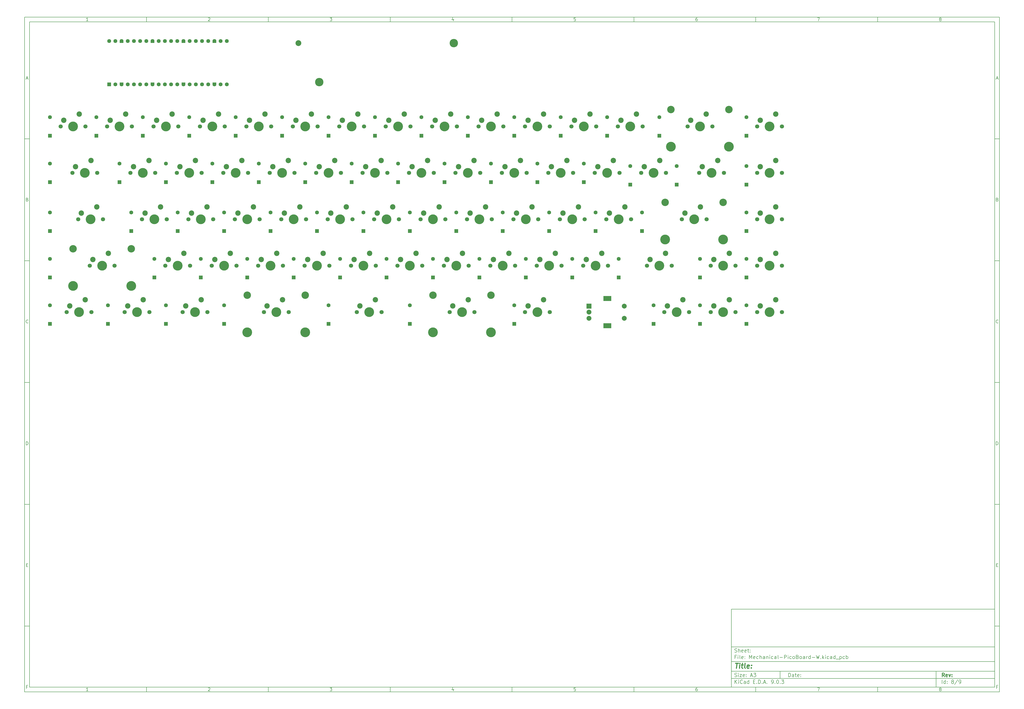
<source format=gbs>
%TF.GenerationSoftware,KiCad,Pcbnew,9.0.3*%
%TF.CreationDate,2025-07-17T14:52:48+05:30*%
%TF.ProjectId,Mechanical-PicoBoard-W,4d656368-616e-4696-9361-6c2d5069636f,rev?*%
%TF.SameCoordinates,Original*%
%TF.FileFunction,Soldermask,Bot*%
%TF.FilePolarity,Negative*%
%FSLAX46Y46*%
G04 Gerber Fmt 4.6, Leading zero omitted, Abs format (unit mm)*
G04 Created by KiCad (PCBNEW 9.0.3) date 2025-07-17 14:52:48*
%MOMM*%
%LPD*%
G01*
G04 APERTURE LIST*
G04 Aperture macros list*
%AMRoundRect*
0 Rectangle with rounded corners*
0 $1 Rounding radius*
0 $2 $3 $4 $5 $6 $7 $8 $9 X,Y pos of 4 corners*
0 Add a 4 corners polygon primitive as box body*
4,1,4,$2,$3,$4,$5,$6,$7,$8,$9,$2,$3,0*
0 Add four circle primitives for the rounded corners*
1,1,$1+$1,$2,$3*
1,1,$1+$1,$4,$5*
1,1,$1+$1,$6,$7*
1,1,$1+$1,$8,$9*
0 Add four rect primitives between the rounded corners*
20,1,$1+$1,$2,$3,$4,$5,0*
20,1,$1+$1,$4,$5,$6,$7,0*
20,1,$1+$1,$6,$7,$8,$9,0*
20,1,$1+$1,$8,$9,$2,$3,0*%
%AMFreePoly0*
4,1,37,0.603843,0.796157,0.639018,0.796157,0.711114,0.766294,0.766294,0.711114,0.796157,0.639018,0.796157,0.603843,0.800000,0.600000,0.800000,-0.600000,0.796157,-0.603843,0.796157,-0.639018,0.766294,-0.711114,0.711114,-0.766294,0.639018,-0.796157,0.603843,-0.796157,0.600000,-0.800000,0.000000,-0.800000,0.000000,-0.796148,-0.078414,-0.796148,-0.232228,-0.765552,-0.377117,-0.705537,
-0.507515,-0.618408,-0.618408,-0.507515,-0.705537,-0.377117,-0.765552,-0.232228,-0.796148,-0.078414,-0.796148,0.078414,-0.765552,0.232228,-0.705537,0.377117,-0.618408,0.507515,-0.507515,0.618408,-0.377117,0.705537,-0.232228,0.765552,-0.078414,0.796148,0.000000,0.796148,0.000000,0.800000,0.600000,0.800000,0.603843,0.796157,0.603843,0.796157,$1*%
%AMFreePoly1*
4,1,37,0.000000,0.796148,0.078414,0.796148,0.232228,0.765552,0.377117,0.705537,0.507515,0.618408,0.618408,0.507515,0.705537,0.377117,0.765552,0.232228,0.796148,0.078414,0.796148,-0.078414,0.765552,-0.232228,0.705537,-0.377117,0.618408,-0.507515,0.507515,-0.618408,0.377117,-0.705537,0.232228,-0.765552,0.078414,-0.796148,0.000000,-0.796148,0.000000,-0.800000,-0.600000,-0.800000,
-0.603843,-0.796157,-0.639018,-0.796157,-0.711114,-0.766294,-0.766294,-0.711114,-0.796157,-0.639018,-0.796157,-0.603843,-0.800000,-0.600000,-0.800000,0.600000,-0.796157,0.603843,-0.796157,0.639018,-0.766294,0.711114,-0.711114,0.766294,-0.639018,0.796157,-0.603843,0.796157,-0.600000,0.800000,0.000000,0.800000,0.000000,0.796148,0.000000,0.796148,$1*%
G04 Aperture macros list end*
%ADD10C,0.100000*%
%ADD11C,0.150000*%
%ADD12C,0.300000*%
%ADD13C,0.400000*%
%ADD14C,1.600000*%
%ADD15RoundRect,0.250000X0.550000X-0.550000X0.550000X0.550000X-0.550000X0.550000X-0.550000X-0.550000X0*%
%ADD16C,2.390000*%
%ADD17C,3.450000*%
%ADD18RoundRect,0.200000X0.600000X-0.600000X0.600000X0.600000X-0.600000X0.600000X-0.600000X-0.600000X0*%
%ADD19FreePoly0,90.000000*%
%ADD20FreePoly1,90.000000*%
%ADD21C,1.700000*%
%ADD22C,4.000000*%
%ADD23C,2.200000*%
%ADD24C,3.050000*%
%ADD25R,2.000000X2.000000*%
%ADD26C,2.000000*%
%ADD27R,3.200000X2.000000*%
G04 APERTURE END LIST*
D10*
D11*
X299989000Y-253002200D02*
X407989000Y-253002200D01*
X407989000Y-285002200D01*
X299989000Y-285002200D01*
X299989000Y-253002200D01*
D10*
D11*
X10000000Y-10000000D02*
X409989000Y-10000000D01*
X409989000Y-287002200D01*
X10000000Y-287002200D01*
X10000000Y-10000000D01*
D10*
D11*
X12000000Y-12000000D02*
X407989000Y-12000000D01*
X407989000Y-285002200D01*
X12000000Y-285002200D01*
X12000000Y-12000000D01*
D10*
D11*
X60000000Y-12000000D02*
X60000000Y-10000000D01*
D10*
D11*
X110000000Y-12000000D02*
X110000000Y-10000000D01*
D10*
D11*
X160000000Y-12000000D02*
X160000000Y-10000000D01*
D10*
D11*
X210000000Y-12000000D02*
X210000000Y-10000000D01*
D10*
D11*
X260000000Y-12000000D02*
X260000000Y-10000000D01*
D10*
D11*
X310000000Y-12000000D02*
X310000000Y-10000000D01*
D10*
D11*
X360000000Y-12000000D02*
X360000000Y-10000000D01*
D10*
D11*
X36089160Y-11593604D02*
X35346303Y-11593604D01*
X35717731Y-11593604D02*
X35717731Y-10293604D01*
X35717731Y-10293604D02*
X35593922Y-10479319D01*
X35593922Y-10479319D02*
X35470112Y-10603128D01*
X35470112Y-10603128D02*
X35346303Y-10665033D01*
D10*
D11*
X85346303Y-10417414D02*
X85408207Y-10355509D01*
X85408207Y-10355509D02*
X85532017Y-10293604D01*
X85532017Y-10293604D02*
X85841541Y-10293604D01*
X85841541Y-10293604D02*
X85965350Y-10355509D01*
X85965350Y-10355509D02*
X86027255Y-10417414D01*
X86027255Y-10417414D02*
X86089160Y-10541223D01*
X86089160Y-10541223D02*
X86089160Y-10665033D01*
X86089160Y-10665033D02*
X86027255Y-10850747D01*
X86027255Y-10850747D02*
X85284398Y-11593604D01*
X85284398Y-11593604D02*
X86089160Y-11593604D01*
D10*
D11*
X135284398Y-10293604D02*
X136089160Y-10293604D01*
X136089160Y-10293604D02*
X135655826Y-10788842D01*
X135655826Y-10788842D02*
X135841541Y-10788842D01*
X135841541Y-10788842D02*
X135965350Y-10850747D01*
X135965350Y-10850747D02*
X136027255Y-10912652D01*
X136027255Y-10912652D02*
X136089160Y-11036461D01*
X136089160Y-11036461D02*
X136089160Y-11345985D01*
X136089160Y-11345985D02*
X136027255Y-11469795D01*
X136027255Y-11469795D02*
X135965350Y-11531700D01*
X135965350Y-11531700D02*
X135841541Y-11593604D01*
X135841541Y-11593604D02*
X135470112Y-11593604D01*
X135470112Y-11593604D02*
X135346303Y-11531700D01*
X135346303Y-11531700D02*
X135284398Y-11469795D01*
D10*
D11*
X185965350Y-10726938D02*
X185965350Y-11593604D01*
X185655826Y-10231700D02*
X185346303Y-11160271D01*
X185346303Y-11160271D02*
X186151064Y-11160271D01*
D10*
D11*
X236027255Y-10293604D02*
X235408207Y-10293604D01*
X235408207Y-10293604D02*
X235346303Y-10912652D01*
X235346303Y-10912652D02*
X235408207Y-10850747D01*
X235408207Y-10850747D02*
X235532017Y-10788842D01*
X235532017Y-10788842D02*
X235841541Y-10788842D01*
X235841541Y-10788842D02*
X235965350Y-10850747D01*
X235965350Y-10850747D02*
X236027255Y-10912652D01*
X236027255Y-10912652D02*
X236089160Y-11036461D01*
X236089160Y-11036461D02*
X236089160Y-11345985D01*
X236089160Y-11345985D02*
X236027255Y-11469795D01*
X236027255Y-11469795D02*
X235965350Y-11531700D01*
X235965350Y-11531700D02*
X235841541Y-11593604D01*
X235841541Y-11593604D02*
X235532017Y-11593604D01*
X235532017Y-11593604D02*
X235408207Y-11531700D01*
X235408207Y-11531700D02*
X235346303Y-11469795D01*
D10*
D11*
X285965350Y-10293604D02*
X285717731Y-10293604D01*
X285717731Y-10293604D02*
X285593922Y-10355509D01*
X285593922Y-10355509D02*
X285532017Y-10417414D01*
X285532017Y-10417414D02*
X285408207Y-10603128D01*
X285408207Y-10603128D02*
X285346303Y-10850747D01*
X285346303Y-10850747D02*
X285346303Y-11345985D01*
X285346303Y-11345985D02*
X285408207Y-11469795D01*
X285408207Y-11469795D02*
X285470112Y-11531700D01*
X285470112Y-11531700D02*
X285593922Y-11593604D01*
X285593922Y-11593604D02*
X285841541Y-11593604D01*
X285841541Y-11593604D02*
X285965350Y-11531700D01*
X285965350Y-11531700D02*
X286027255Y-11469795D01*
X286027255Y-11469795D02*
X286089160Y-11345985D01*
X286089160Y-11345985D02*
X286089160Y-11036461D01*
X286089160Y-11036461D02*
X286027255Y-10912652D01*
X286027255Y-10912652D02*
X285965350Y-10850747D01*
X285965350Y-10850747D02*
X285841541Y-10788842D01*
X285841541Y-10788842D02*
X285593922Y-10788842D01*
X285593922Y-10788842D02*
X285470112Y-10850747D01*
X285470112Y-10850747D02*
X285408207Y-10912652D01*
X285408207Y-10912652D02*
X285346303Y-11036461D01*
D10*
D11*
X335284398Y-10293604D02*
X336151064Y-10293604D01*
X336151064Y-10293604D02*
X335593922Y-11593604D01*
D10*
D11*
X385593922Y-10850747D02*
X385470112Y-10788842D01*
X385470112Y-10788842D02*
X385408207Y-10726938D01*
X385408207Y-10726938D02*
X385346303Y-10603128D01*
X385346303Y-10603128D02*
X385346303Y-10541223D01*
X385346303Y-10541223D02*
X385408207Y-10417414D01*
X385408207Y-10417414D02*
X385470112Y-10355509D01*
X385470112Y-10355509D02*
X385593922Y-10293604D01*
X385593922Y-10293604D02*
X385841541Y-10293604D01*
X385841541Y-10293604D02*
X385965350Y-10355509D01*
X385965350Y-10355509D02*
X386027255Y-10417414D01*
X386027255Y-10417414D02*
X386089160Y-10541223D01*
X386089160Y-10541223D02*
X386089160Y-10603128D01*
X386089160Y-10603128D02*
X386027255Y-10726938D01*
X386027255Y-10726938D02*
X385965350Y-10788842D01*
X385965350Y-10788842D02*
X385841541Y-10850747D01*
X385841541Y-10850747D02*
X385593922Y-10850747D01*
X385593922Y-10850747D02*
X385470112Y-10912652D01*
X385470112Y-10912652D02*
X385408207Y-10974557D01*
X385408207Y-10974557D02*
X385346303Y-11098366D01*
X385346303Y-11098366D02*
X385346303Y-11345985D01*
X385346303Y-11345985D02*
X385408207Y-11469795D01*
X385408207Y-11469795D02*
X385470112Y-11531700D01*
X385470112Y-11531700D02*
X385593922Y-11593604D01*
X385593922Y-11593604D02*
X385841541Y-11593604D01*
X385841541Y-11593604D02*
X385965350Y-11531700D01*
X385965350Y-11531700D02*
X386027255Y-11469795D01*
X386027255Y-11469795D02*
X386089160Y-11345985D01*
X386089160Y-11345985D02*
X386089160Y-11098366D01*
X386089160Y-11098366D02*
X386027255Y-10974557D01*
X386027255Y-10974557D02*
X385965350Y-10912652D01*
X385965350Y-10912652D02*
X385841541Y-10850747D01*
D10*
D11*
X60000000Y-285002200D02*
X60000000Y-287002200D01*
D10*
D11*
X110000000Y-285002200D02*
X110000000Y-287002200D01*
D10*
D11*
X160000000Y-285002200D02*
X160000000Y-287002200D01*
D10*
D11*
X210000000Y-285002200D02*
X210000000Y-287002200D01*
D10*
D11*
X260000000Y-285002200D02*
X260000000Y-287002200D01*
D10*
D11*
X310000000Y-285002200D02*
X310000000Y-287002200D01*
D10*
D11*
X360000000Y-285002200D02*
X360000000Y-287002200D01*
D10*
D11*
X36089160Y-286595804D02*
X35346303Y-286595804D01*
X35717731Y-286595804D02*
X35717731Y-285295804D01*
X35717731Y-285295804D02*
X35593922Y-285481519D01*
X35593922Y-285481519D02*
X35470112Y-285605328D01*
X35470112Y-285605328D02*
X35346303Y-285667233D01*
D10*
D11*
X85346303Y-285419614D02*
X85408207Y-285357709D01*
X85408207Y-285357709D02*
X85532017Y-285295804D01*
X85532017Y-285295804D02*
X85841541Y-285295804D01*
X85841541Y-285295804D02*
X85965350Y-285357709D01*
X85965350Y-285357709D02*
X86027255Y-285419614D01*
X86027255Y-285419614D02*
X86089160Y-285543423D01*
X86089160Y-285543423D02*
X86089160Y-285667233D01*
X86089160Y-285667233D02*
X86027255Y-285852947D01*
X86027255Y-285852947D02*
X85284398Y-286595804D01*
X85284398Y-286595804D02*
X86089160Y-286595804D01*
D10*
D11*
X135284398Y-285295804D02*
X136089160Y-285295804D01*
X136089160Y-285295804D02*
X135655826Y-285791042D01*
X135655826Y-285791042D02*
X135841541Y-285791042D01*
X135841541Y-285791042D02*
X135965350Y-285852947D01*
X135965350Y-285852947D02*
X136027255Y-285914852D01*
X136027255Y-285914852D02*
X136089160Y-286038661D01*
X136089160Y-286038661D02*
X136089160Y-286348185D01*
X136089160Y-286348185D02*
X136027255Y-286471995D01*
X136027255Y-286471995D02*
X135965350Y-286533900D01*
X135965350Y-286533900D02*
X135841541Y-286595804D01*
X135841541Y-286595804D02*
X135470112Y-286595804D01*
X135470112Y-286595804D02*
X135346303Y-286533900D01*
X135346303Y-286533900D02*
X135284398Y-286471995D01*
D10*
D11*
X185965350Y-285729138D02*
X185965350Y-286595804D01*
X185655826Y-285233900D02*
X185346303Y-286162471D01*
X185346303Y-286162471D02*
X186151064Y-286162471D01*
D10*
D11*
X236027255Y-285295804D02*
X235408207Y-285295804D01*
X235408207Y-285295804D02*
X235346303Y-285914852D01*
X235346303Y-285914852D02*
X235408207Y-285852947D01*
X235408207Y-285852947D02*
X235532017Y-285791042D01*
X235532017Y-285791042D02*
X235841541Y-285791042D01*
X235841541Y-285791042D02*
X235965350Y-285852947D01*
X235965350Y-285852947D02*
X236027255Y-285914852D01*
X236027255Y-285914852D02*
X236089160Y-286038661D01*
X236089160Y-286038661D02*
X236089160Y-286348185D01*
X236089160Y-286348185D02*
X236027255Y-286471995D01*
X236027255Y-286471995D02*
X235965350Y-286533900D01*
X235965350Y-286533900D02*
X235841541Y-286595804D01*
X235841541Y-286595804D02*
X235532017Y-286595804D01*
X235532017Y-286595804D02*
X235408207Y-286533900D01*
X235408207Y-286533900D02*
X235346303Y-286471995D01*
D10*
D11*
X285965350Y-285295804D02*
X285717731Y-285295804D01*
X285717731Y-285295804D02*
X285593922Y-285357709D01*
X285593922Y-285357709D02*
X285532017Y-285419614D01*
X285532017Y-285419614D02*
X285408207Y-285605328D01*
X285408207Y-285605328D02*
X285346303Y-285852947D01*
X285346303Y-285852947D02*
X285346303Y-286348185D01*
X285346303Y-286348185D02*
X285408207Y-286471995D01*
X285408207Y-286471995D02*
X285470112Y-286533900D01*
X285470112Y-286533900D02*
X285593922Y-286595804D01*
X285593922Y-286595804D02*
X285841541Y-286595804D01*
X285841541Y-286595804D02*
X285965350Y-286533900D01*
X285965350Y-286533900D02*
X286027255Y-286471995D01*
X286027255Y-286471995D02*
X286089160Y-286348185D01*
X286089160Y-286348185D02*
X286089160Y-286038661D01*
X286089160Y-286038661D02*
X286027255Y-285914852D01*
X286027255Y-285914852D02*
X285965350Y-285852947D01*
X285965350Y-285852947D02*
X285841541Y-285791042D01*
X285841541Y-285791042D02*
X285593922Y-285791042D01*
X285593922Y-285791042D02*
X285470112Y-285852947D01*
X285470112Y-285852947D02*
X285408207Y-285914852D01*
X285408207Y-285914852D02*
X285346303Y-286038661D01*
D10*
D11*
X335284398Y-285295804D02*
X336151064Y-285295804D01*
X336151064Y-285295804D02*
X335593922Y-286595804D01*
D10*
D11*
X385593922Y-285852947D02*
X385470112Y-285791042D01*
X385470112Y-285791042D02*
X385408207Y-285729138D01*
X385408207Y-285729138D02*
X385346303Y-285605328D01*
X385346303Y-285605328D02*
X385346303Y-285543423D01*
X385346303Y-285543423D02*
X385408207Y-285419614D01*
X385408207Y-285419614D02*
X385470112Y-285357709D01*
X385470112Y-285357709D02*
X385593922Y-285295804D01*
X385593922Y-285295804D02*
X385841541Y-285295804D01*
X385841541Y-285295804D02*
X385965350Y-285357709D01*
X385965350Y-285357709D02*
X386027255Y-285419614D01*
X386027255Y-285419614D02*
X386089160Y-285543423D01*
X386089160Y-285543423D02*
X386089160Y-285605328D01*
X386089160Y-285605328D02*
X386027255Y-285729138D01*
X386027255Y-285729138D02*
X385965350Y-285791042D01*
X385965350Y-285791042D02*
X385841541Y-285852947D01*
X385841541Y-285852947D02*
X385593922Y-285852947D01*
X385593922Y-285852947D02*
X385470112Y-285914852D01*
X385470112Y-285914852D02*
X385408207Y-285976757D01*
X385408207Y-285976757D02*
X385346303Y-286100566D01*
X385346303Y-286100566D02*
X385346303Y-286348185D01*
X385346303Y-286348185D02*
X385408207Y-286471995D01*
X385408207Y-286471995D02*
X385470112Y-286533900D01*
X385470112Y-286533900D02*
X385593922Y-286595804D01*
X385593922Y-286595804D02*
X385841541Y-286595804D01*
X385841541Y-286595804D02*
X385965350Y-286533900D01*
X385965350Y-286533900D02*
X386027255Y-286471995D01*
X386027255Y-286471995D02*
X386089160Y-286348185D01*
X386089160Y-286348185D02*
X386089160Y-286100566D01*
X386089160Y-286100566D02*
X386027255Y-285976757D01*
X386027255Y-285976757D02*
X385965350Y-285914852D01*
X385965350Y-285914852D02*
X385841541Y-285852947D01*
D10*
D11*
X10000000Y-60000000D02*
X12000000Y-60000000D01*
D10*
D11*
X10000000Y-110000000D02*
X12000000Y-110000000D01*
D10*
D11*
X10000000Y-160000000D02*
X12000000Y-160000000D01*
D10*
D11*
X10000000Y-210000000D02*
X12000000Y-210000000D01*
D10*
D11*
X10000000Y-260000000D02*
X12000000Y-260000000D01*
D10*
D11*
X10690476Y-35222176D02*
X11309523Y-35222176D01*
X10566666Y-35593604D02*
X10999999Y-34293604D01*
X10999999Y-34293604D02*
X11433333Y-35593604D01*
D10*
D11*
X11092857Y-84912652D02*
X11278571Y-84974557D01*
X11278571Y-84974557D02*
X11340476Y-85036461D01*
X11340476Y-85036461D02*
X11402380Y-85160271D01*
X11402380Y-85160271D02*
X11402380Y-85345985D01*
X11402380Y-85345985D02*
X11340476Y-85469795D01*
X11340476Y-85469795D02*
X11278571Y-85531700D01*
X11278571Y-85531700D02*
X11154761Y-85593604D01*
X11154761Y-85593604D02*
X10659523Y-85593604D01*
X10659523Y-85593604D02*
X10659523Y-84293604D01*
X10659523Y-84293604D02*
X11092857Y-84293604D01*
X11092857Y-84293604D02*
X11216666Y-84355509D01*
X11216666Y-84355509D02*
X11278571Y-84417414D01*
X11278571Y-84417414D02*
X11340476Y-84541223D01*
X11340476Y-84541223D02*
X11340476Y-84665033D01*
X11340476Y-84665033D02*
X11278571Y-84788842D01*
X11278571Y-84788842D02*
X11216666Y-84850747D01*
X11216666Y-84850747D02*
X11092857Y-84912652D01*
X11092857Y-84912652D02*
X10659523Y-84912652D01*
D10*
D11*
X11402380Y-135469795D02*
X11340476Y-135531700D01*
X11340476Y-135531700D02*
X11154761Y-135593604D01*
X11154761Y-135593604D02*
X11030952Y-135593604D01*
X11030952Y-135593604D02*
X10845238Y-135531700D01*
X10845238Y-135531700D02*
X10721428Y-135407890D01*
X10721428Y-135407890D02*
X10659523Y-135284080D01*
X10659523Y-135284080D02*
X10597619Y-135036461D01*
X10597619Y-135036461D02*
X10597619Y-134850747D01*
X10597619Y-134850747D02*
X10659523Y-134603128D01*
X10659523Y-134603128D02*
X10721428Y-134479319D01*
X10721428Y-134479319D02*
X10845238Y-134355509D01*
X10845238Y-134355509D02*
X11030952Y-134293604D01*
X11030952Y-134293604D02*
X11154761Y-134293604D01*
X11154761Y-134293604D02*
X11340476Y-134355509D01*
X11340476Y-134355509D02*
X11402380Y-134417414D01*
D10*
D11*
X10659523Y-185593604D02*
X10659523Y-184293604D01*
X10659523Y-184293604D02*
X10969047Y-184293604D01*
X10969047Y-184293604D02*
X11154761Y-184355509D01*
X11154761Y-184355509D02*
X11278571Y-184479319D01*
X11278571Y-184479319D02*
X11340476Y-184603128D01*
X11340476Y-184603128D02*
X11402380Y-184850747D01*
X11402380Y-184850747D02*
X11402380Y-185036461D01*
X11402380Y-185036461D02*
X11340476Y-185284080D01*
X11340476Y-185284080D02*
X11278571Y-185407890D01*
X11278571Y-185407890D02*
X11154761Y-185531700D01*
X11154761Y-185531700D02*
X10969047Y-185593604D01*
X10969047Y-185593604D02*
X10659523Y-185593604D01*
D10*
D11*
X10721428Y-234912652D02*
X11154762Y-234912652D01*
X11340476Y-235593604D02*
X10721428Y-235593604D01*
X10721428Y-235593604D02*
X10721428Y-234293604D01*
X10721428Y-234293604D02*
X11340476Y-234293604D01*
D10*
D11*
X11185714Y-284912652D02*
X10752380Y-284912652D01*
X10752380Y-285593604D02*
X10752380Y-284293604D01*
X10752380Y-284293604D02*
X11371428Y-284293604D01*
D10*
D11*
X409989000Y-60000000D02*
X407989000Y-60000000D01*
D10*
D11*
X409989000Y-110000000D02*
X407989000Y-110000000D01*
D10*
D11*
X409989000Y-160000000D02*
X407989000Y-160000000D01*
D10*
D11*
X409989000Y-210000000D02*
X407989000Y-210000000D01*
D10*
D11*
X409989000Y-260000000D02*
X407989000Y-260000000D01*
D10*
D11*
X408679476Y-35222176D02*
X409298523Y-35222176D01*
X408555666Y-35593604D02*
X408988999Y-34293604D01*
X408988999Y-34293604D02*
X409422333Y-35593604D01*
D10*
D11*
X409081857Y-84912652D02*
X409267571Y-84974557D01*
X409267571Y-84974557D02*
X409329476Y-85036461D01*
X409329476Y-85036461D02*
X409391380Y-85160271D01*
X409391380Y-85160271D02*
X409391380Y-85345985D01*
X409391380Y-85345985D02*
X409329476Y-85469795D01*
X409329476Y-85469795D02*
X409267571Y-85531700D01*
X409267571Y-85531700D02*
X409143761Y-85593604D01*
X409143761Y-85593604D02*
X408648523Y-85593604D01*
X408648523Y-85593604D02*
X408648523Y-84293604D01*
X408648523Y-84293604D02*
X409081857Y-84293604D01*
X409081857Y-84293604D02*
X409205666Y-84355509D01*
X409205666Y-84355509D02*
X409267571Y-84417414D01*
X409267571Y-84417414D02*
X409329476Y-84541223D01*
X409329476Y-84541223D02*
X409329476Y-84665033D01*
X409329476Y-84665033D02*
X409267571Y-84788842D01*
X409267571Y-84788842D02*
X409205666Y-84850747D01*
X409205666Y-84850747D02*
X409081857Y-84912652D01*
X409081857Y-84912652D02*
X408648523Y-84912652D01*
D10*
D11*
X409391380Y-135469795D02*
X409329476Y-135531700D01*
X409329476Y-135531700D02*
X409143761Y-135593604D01*
X409143761Y-135593604D02*
X409019952Y-135593604D01*
X409019952Y-135593604D02*
X408834238Y-135531700D01*
X408834238Y-135531700D02*
X408710428Y-135407890D01*
X408710428Y-135407890D02*
X408648523Y-135284080D01*
X408648523Y-135284080D02*
X408586619Y-135036461D01*
X408586619Y-135036461D02*
X408586619Y-134850747D01*
X408586619Y-134850747D02*
X408648523Y-134603128D01*
X408648523Y-134603128D02*
X408710428Y-134479319D01*
X408710428Y-134479319D02*
X408834238Y-134355509D01*
X408834238Y-134355509D02*
X409019952Y-134293604D01*
X409019952Y-134293604D02*
X409143761Y-134293604D01*
X409143761Y-134293604D02*
X409329476Y-134355509D01*
X409329476Y-134355509D02*
X409391380Y-134417414D01*
D10*
D11*
X408648523Y-185593604D02*
X408648523Y-184293604D01*
X408648523Y-184293604D02*
X408958047Y-184293604D01*
X408958047Y-184293604D02*
X409143761Y-184355509D01*
X409143761Y-184355509D02*
X409267571Y-184479319D01*
X409267571Y-184479319D02*
X409329476Y-184603128D01*
X409329476Y-184603128D02*
X409391380Y-184850747D01*
X409391380Y-184850747D02*
X409391380Y-185036461D01*
X409391380Y-185036461D02*
X409329476Y-185284080D01*
X409329476Y-185284080D02*
X409267571Y-185407890D01*
X409267571Y-185407890D02*
X409143761Y-185531700D01*
X409143761Y-185531700D02*
X408958047Y-185593604D01*
X408958047Y-185593604D02*
X408648523Y-185593604D01*
D10*
D11*
X408710428Y-234912652D02*
X409143762Y-234912652D01*
X409329476Y-235593604D02*
X408710428Y-235593604D01*
X408710428Y-235593604D02*
X408710428Y-234293604D01*
X408710428Y-234293604D02*
X409329476Y-234293604D01*
D10*
D11*
X409174714Y-284912652D02*
X408741380Y-284912652D01*
X408741380Y-285593604D02*
X408741380Y-284293604D01*
X408741380Y-284293604D02*
X409360428Y-284293604D01*
D10*
D11*
X323444826Y-280788328D02*
X323444826Y-279288328D01*
X323444826Y-279288328D02*
X323801969Y-279288328D01*
X323801969Y-279288328D02*
X324016255Y-279359757D01*
X324016255Y-279359757D02*
X324159112Y-279502614D01*
X324159112Y-279502614D02*
X324230541Y-279645471D01*
X324230541Y-279645471D02*
X324301969Y-279931185D01*
X324301969Y-279931185D02*
X324301969Y-280145471D01*
X324301969Y-280145471D02*
X324230541Y-280431185D01*
X324230541Y-280431185D02*
X324159112Y-280574042D01*
X324159112Y-280574042D02*
X324016255Y-280716900D01*
X324016255Y-280716900D02*
X323801969Y-280788328D01*
X323801969Y-280788328D02*
X323444826Y-280788328D01*
X325587684Y-280788328D02*
X325587684Y-280002614D01*
X325587684Y-280002614D02*
X325516255Y-279859757D01*
X325516255Y-279859757D02*
X325373398Y-279788328D01*
X325373398Y-279788328D02*
X325087684Y-279788328D01*
X325087684Y-279788328D02*
X324944826Y-279859757D01*
X325587684Y-280716900D02*
X325444826Y-280788328D01*
X325444826Y-280788328D02*
X325087684Y-280788328D01*
X325087684Y-280788328D02*
X324944826Y-280716900D01*
X324944826Y-280716900D02*
X324873398Y-280574042D01*
X324873398Y-280574042D02*
X324873398Y-280431185D01*
X324873398Y-280431185D02*
X324944826Y-280288328D01*
X324944826Y-280288328D02*
X325087684Y-280216900D01*
X325087684Y-280216900D02*
X325444826Y-280216900D01*
X325444826Y-280216900D02*
X325587684Y-280145471D01*
X326087684Y-279788328D02*
X326659112Y-279788328D01*
X326301969Y-279288328D02*
X326301969Y-280574042D01*
X326301969Y-280574042D02*
X326373398Y-280716900D01*
X326373398Y-280716900D02*
X326516255Y-280788328D01*
X326516255Y-280788328D02*
X326659112Y-280788328D01*
X327730541Y-280716900D02*
X327587684Y-280788328D01*
X327587684Y-280788328D02*
X327301970Y-280788328D01*
X327301970Y-280788328D02*
X327159112Y-280716900D01*
X327159112Y-280716900D02*
X327087684Y-280574042D01*
X327087684Y-280574042D02*
X327087684Y-280002614D01*
X327087684Y-280002614D02*
X327159112Y-279859757D01*
X327159112Y-279859757D02*
X327301970Y-279788328D01*
X327301970Y-279788328D02*
X327587684Y-279788328D01*
X327587684Y-279788328D02*
X327730541Y-279859757D01*
X327730541Y-279859757D02*
X327801970Y-280002614D01*
X327801970Y-280002614D02*
X327801970Y-280145471D01*
X327801970Y-280145471D02*
X327087684Y-280288328D01*
X328444826Y-280645471D02*
X328516255Y-280716900D01*
X328516255Y-280716900D02*
X328444826Y-280788328D01*
X328444826Y-280788328D02*
X328373398Y-280716900D01*
X328373398Y-280716900D02*
X328444826Y-280645471D01*
X328444826Y-280645471D02*
X328444826Y-280788328D01*
X328444826Y-279859757D02*
X328516255Y-279931185D01*
X328516255Y-279931185D02*
X328444826Y-280002614D01*
X328444826Y-280002614D02*
X328373398Y-279931185D01*
X328373398Y-279931185D02*
X328444826Y-279859757D01*
X328444826Y-279859757D02*
X328444826Y-280002614D01*
D10*
D11*
X299989000Y-281502200D02*
X407989000Y-281502200D01*
D10*
D11*
X301444826Y-283588328D02*
X301444826Y-282088328D01*
X302301969Y-283588328D02*
X301659112Y-282731185D01*
X302301969Y-282088328D02*
X301444826Y-282945471D01*
X302944826Y-283588328D02*
X302944826Y-282588328D01*
X302944826Y-282088328D02*
X302873398Y-282159757D01*
X302873398Y-282159757D02*
X302944826Y-282231185D01*
X302944826Y-282231185D02*
X303016255Y-282159757D01*
X303016255Y-282159757D02*
X302944826Y-282088328D01*
X302944826Y-282088328D02*
X302944826Y-282231185D01*
X304516255Y-283445471D02*
X304444827Y-283516900D01*
X304444827Y-283516900D02*
X304230541Y-283588328D01*
X304230541Y-283588328D02*
X304087684Y-283588328D01*
X304087684Y-283588328D02*
X303873398Y-283516900D01*
X303873398Y-283516900D02*
X303730541Y-283374042D01*
X303730541Y-283374042D02*
X303659112Y-283231185D01*
X303659112Y-283231185D02*
X303587684Y-282945471D01*
X303587684Y-282945471D02*
X303587684Y-282731185D01*
X303587684Y-282731185D02*
X303659112Y-282445471D01*
X303659112Y-282445471D02*
X303730541Y-282302614D01*
X303730541Y-282302614D02*
X303873398Y-282159757D01*
X303873398Y-282159757D02*
X304087684Y-282088328D01*
X304087684Y-282088328D02*
X304230541Y-282088328D01*
X304230541Y-282088328D02*
X304444827Y-282159757D01*
X304444827Y-282159757D02*
X304516255Y-282231185D01*
X305801970Y-283588328D02*
X305801970Y-282802614D01*
X305801970Y-282802614D02*
X305730541Y-282659757D01*
X305730541Y-282659757D02*
X305587684Y-282588328D01*
X305587684Y-282588328D02*
X305301970Y-282588328D01*
X305301970Y-282588328D02*
X305159112Y-282659757D01*
X305801970Y-283516900D02*
X305659112Y-283588328D01*
X305659112Y-283588328D02*
X305301970Y-283588328D01*
X305301970Y-283588328D02*
X305159112Y-283516900D01*
X305159112Y-283516900D02*
X305087684Y-283374042D01*
X305087684Y-283374042D02*
X305087684Y-283231185D01*
X305087684Y-283231185D02*
X305159112Y-283088328D01*
X305159112Y-283088328D02*
X305301970Y-283016900D01*
X305301970Y-283016900D02*
X305659112Y-283016900D01*
X305659112Y-283016900D02*
X305801970Y-282945471D01*
X307159113Y-283588328D02*
X307159113Y-282088328D01*
X307159113Y-283516900D02*
X307016255Y-283588328D01*
X307016255Y-283588328D02*
X306730541Y-283588328D01*
X306730541Y-283588328D02*
X306587684Y-283516900D01*
X306587684Y-283516900D02*
X306516255Y-283445471D01*
X306516255Y-283445471D02*
X306444827Y-283302614D01*
X306444827Y-283302614D02*
X306444827Y-282874042D01*
X306444827Y-282874042D02*
X306516255Y-282731185D01*
X306516255Y-282731185D02*
X306587684Y-282659757D01*
X306587684Y-282659757D02*
X306730541Y-282588328D01*
X306730541Y-282588328D02*
X307016255Y-282588328D01*
X307016255Y-282588328D02*
X307159113Y-282659757D01*
X309016255Y-282802614D02*
X309516255Y-282802614D01*
X309730541Y-283588328D02*
X309016255Y-283588328D01*
X309016255Y-283588328D02*
X309016255Y-282088328D01*
X309016255Y-282088328D02*
X309730541Y-282088328D01*
X310373398Y-283445471D02*
X310444827Y-283516900D01*
X310444827Y-283516900D02*
X310373398Y-283588328D01*
X310373398Y-283588328D02*
X310301970Y-283516900D01*
X310301970Y-283516900D02*
X310373398Y-283445471D01*
X310373398Y-283445471D02*
X310373398Y-283588328D01*
X311087684Y-283588328D02*
X311087684Y-282088328D01*
X311087684Y-282088328D02*
X311444827Y-282088328D01*
X311444827Y-282088328D02*
X311659113Y-282159757D01*
X311659113Y-282159757D02*
X311801970Y-282302614D01*
X311801970Y-282302614D02*
X311873399Y-282445471D01*
X311873399Y-282445471D02*
X311944827Y-282731185D01*
X311944827Y-282731185D02*
X311944827Y-282945471D01*
X311944827Y-282945471D02*
X311873399Y-283231185D01*
X311873399Y-283231185D02*
X311801970Y-283374042D01*
X311801970Y-283374042D02*
X311659113Y-283516900D01*
X311659113Y-283516900D02*
X311444827Y-283588328D01*
X311444827Y-283588328D02*
X311087684Y-283588328D01*
X312587684Y-283445471D02*
X312659113Y-283516900D01*
X312659113Y-283516900D02*
X312587684Y-283588328D01*
X312587684Y-283588328D02*
X312516256Y-283516900D01*
X312516256Y-283516900D02*
X312587684Y-283445471D01*
X312587684Y-283445471D02*
X312587684Y-283588328D01*
X313230542Y-283159757D02*
X313944828Y-283159757D01*
X313087685Y-283588328D02*
X313587685Y-282088328D01*
X313587685Y-282088328D02*
X314087685Y-283588328D01*
X314587684Y-283445471D02*
X314659113Y-283516900D01*
X314659113Y-283516900D02*
X314587684Y-283588328D01*
X314587684Y-283588328D02*
X314516256Y-283516900D01*
X314516256Y-283516900D02*
X314587684Y-283445471D01*
X314587684Y-283445471D02*
X314587684Y-283588328D01*
X316516256Y-283588328D02*
X316801970Y-283588328D01*
X316801970Y-283588328D02*
X316944827Y-283516900D01*
X316944827Y-283516900D02*
X317016256Y-283445471D01*
X317016256Y-283445471D02*
X317159113Y-283231185D01*
X317159113Y-283231185D02*
X317230542Y-282945471D01*
X317230542Y-282945471D02*
X317230542Y-282374042D01*
X317230542Y-282374042D02*
X317159113Y-282231185D01*
X317159113Y-282231185D02*
X317087685Y-282159757D01*
X317087685Y-282159757D02*
X316944827Y-282088328D01*
X316944827Y-282088328D02*
X316659113Y-282088328D01*
X316659113Y-282088328D02*
X316516256Y-282159757D01*
X316516256Y-282159757D02*
X316444827Y-282231185D01*
X316444827Y-282231185D02*
X316373399Y-282374042D01*
X316373399Y-282374042D02*
X316373399Y-282731185D01*
X316373399Y-282731185D02*
X316444827Y-282874042D01*
X316444827Y-282874042D02*
X316516256Y-282945471D01*
X316516256Y-282945471D02*
X316659113Y-283016900D01*
X316659113Y-283016900D02*
X316944827Y-283016900D01*
X316944827Y-283016900D02*
X317087685Y-282945471D01*
X317087685Y-282945471D02*
X317159113Y-282874042D01*
X317159113Y-282874042D02*
X317230542Y-282731185D01*
X317873398Y-283445471D02*
X317944827Y-283516900D01*
X317944827Y-283516900D02*
X317873398Y-283588328D01*
X317873398Y-283588328D02*
X317801970Y-283516900D01*
X317801970Y-283516900D02*
X317873398Y-283445471D01*
X317873398Y-283445471D02*
X317873398Y-283588328D01*
X318873399Y-282088328D02*
X319016256Y-282088328D01*
X319016256Y-282088328D02*
X319159113Y-282159757D01*
X319159113Y-282159757D02*
X319230542Y-282231185D01*
X319230542Y-282231185D02*
X319301970Y-282374042D01*
X319301970Y-282374042D02*
X319373399Y-282659757D01*
X319373399Y-282659757D02*
X319373399Y-283016900D01*
X319373399Y-283016900D02*
X319301970Y-283302614D01*
X319301970Y-283302614D02*
X319230542Y-283445471D01*
X319230542Y-283445471D02*
X319159113Y-283516900D01*
X319159113Y-283516900D02*
X319016256Y-283588328D01*
X319016256Y-283588328D02*
X318873399Y-283588328D01*
X318873399Y-283588328D02*
X318730542Y-283516900D01*
X318730542Y-283516900D02*
X318659113Y-283445471D01*
X318659113Y-283445471D02*
X318587684Y-283302614D01*
X318587684Y-283302614D02*
X318516256Y-283016900D01*
X318516256Y-283016900D02*
X318516256Y-282659757D01*
X318516256Y-282659757D02*
X318587684Y-282374042D01*
X318587684Y-282374042D02*
X318659113Y-282231185D01*
X318659113Y-282231185D02*
X318730542Y-282159757D01*
X318730542Y-282159757D02*
X318873399Y-282088328D01*
X320016255Y-283445471D02*
X320087684Y-283516900D01*
X320087684Y-283516900D02*
X320016255Y-283588328D01*
X320016255Y-283588328D02*
X319944827Y-283516900D01*
X319944827Y-283516900D02*
X320016255Y-283445471D01*
X320016255Y-283445471D02*
X320016255Y-283588328D01*
X320587684Y-282088328D02*
X321516256Y-282088328D01*
X321516256Y-282088328D02*
X321016256Y-282659757D01*
X321016256Y-282659757D02*
X321230541Y-282659757D01*
X321230541Y-282659757D02*
X321373399Y-282731185D01*
X321373399Y-282731185D02*
X321444827Y-282802614D01*
X321444827Y-282802614D02*
X321516256Y-282945471D01*
X321516256Y-282945471D02*
X321516256Y-283302614D01*
X321516256Y-283302614D02*
X321444827Y-283445471D01*
X321444827Y-283445471D02*
X321373399Y-283516900D01*
X321373399Y-283516900D02*
X321230541Y-283588328D01*
X321230541Y-283588328D02*
X320801970Y-283588328D01*
X320801970Y-283588328D02*
X320659113Y-283516900D01*
X320659113Y-283516900D02*
X320587684Y-283445471D01*
D10*
D11*
X299989000Y-278502200D02*
X407989000Y-278502200D01*
D10*
D12*
X387400653Y-280780528D02*
X386900653Y-280066242D01*
X386543510Y-280780528D02*
X386543510Y-279280528D01*
X386543510Y-279280528D02*
X387114939Y-279280528D01*
X387114939Y-279280528D02*
X387257796Y-279351957D01*
X387257796Y-279351957D02*
X387329225Y-279423385D01*
X387329225Y-279423385D02*
X387400653Y-279566242D01*
X387400653Y-279566242D02*
X387400653Y-279780528D01*
X387400653Y-279780528D02*
X387329225Y-279923385D01*
X387329225Y-279923385D02*
X387257796Y-279994814D01*
X387257796Y-279994814D02*
X387114939Y-280066242D01*
X387114939Y-280066242D02*
X386543510Y-280066242D01*
X388614939Y-280709100D02*
X388472082Y-280780528D01*
X388472082Y-280780528D02*
X388186368Y-280780528D01*
X388186368Y-280780528D02*
X388043510Y-280709100D01*
X388043510Y-280709100D02*
X387972082Y-280566242D01*
X387972082Y-280566242D02*
X387972082Y-279994814D01*
X387972082Y-279994814D02*
X388043510Y-279851957D01*
X388043510Y-279851957D02*
X388186368Y-279780528D01*
X388186368Y-279780528D02*
X388472082Y-279780528D01*
X388472082Y-279780528D02*
X388614939Y-279851957D01*
X388614939Y-279851957D02*
X388686368Y-279994814D01*
X388686368Y-279994814D02*
X388686368Y-280137671D01*
X388686368Y-280137671D02*
X387972082Y-280280528D01*
X389186367Y-279780528D02*
X389543510Y-280780528D01*
X389543510Y-280780528D02*
X389900653Y-279780528D01*
X390472081Y-280637671D02*
X390543510Y-280709100D01*
X390543510Y-280709100D02*
X390472081Y-280780528D01*
X390472081Y-280780528D02*
X390400653Y-280709100D01*
X390400653Y-280709100D02*
X390472081Y-280637671D01*
X390472081Y-280637671D02*
X390472081Y-280780528D01*
X390472081Y-279851957D02*
X390543510Y-279923385D01*
X390543510Y-279923385D02*
X390472081Y-279994814D01*
X390472081Y-279994814D02*
X390400653Y-279923385D01*
X390400653Y-279923385D02*
X390472081Y-279851957D01*
X390472081Y-279851957D02*
X390472081Y-279994814D01*
D10*
D11*
X301373398Y-280716900D02*
X301587684Y-280788328D01*
X301587684Y-280788328D02*
X301944826Y-280788328D01*
X301944826Y-280788328D02*
X302087684Y-280716900D01*
X302087684Y-280716900D02*
X302159112Y-280645471D01*
X302159112Y-280645471D02*
X302230541Y-280502614D01*
X302230541Y-280502614D02*
X302230541Y-280359757D01*
X302230541Y-280359757D02*
X302159112Y-280216900D01*
X302159112Y-280216900D02*
X302087684Y-280145471D01*
X302087684Y-280145471D02*
X301944826Y-280074042D01*
X301944826Y-280074042D02*
X301659112Y-280002614D01*
X301659112Y-280002614D02*
X301516255Y-279931185D01*
X301516255Y-279931185D02*
X301444826Y-279859757D01*
X301444826Y-279859757D02*
X301373398Y-279716900D01*
X301373398Y-279716900D02*
X301373398Y-279574042D01*
X301373398Y-279574042D02*
X301444826Y-279431185D01*
X301444826Y-279431185D02*
X301516255Y-279359757D01*
X301516255Y-279359757D02*
X301659112Y-279288328D01*
X301659112Y-279288328D02*
X302016255Y-279288328D01*
X302016255Y-279288328D02*
X302230541Y-279359757D01*
X302873397Y-280788328D02*
X302873397Y-279788328D01*
X302873397Y-279288328D02*
X302801969Y-279359757D01*
X302801969Y-279359757D02*
X302873397Y-279431185D01*
X302873397Y-279431185D02*
X302944826Y-279359757D01*
X302944826Y-279359757D02*
X302873397Y-279288328D01*
X302873397Y-279288328D02*
X302873397Y-279431185D01*
X303444826Y-279788328D02*
X304230541Y-279788328D01*
X304230541Y-279788328D02*
X303444826Y-280788328D01*
X303444826Y-280788328D02*
X304230541Y-280788328D01*
X305373398Y-280716900D02*
X305230541Y-280788328D01*
X305230541Y-280788328D02*
X304944827Y-280788328D01*
X304944827Y-280788328D02*
X304801969Y-280716900D01*
X304801969Y-280716900D02*
X304730541Y-280574042D01*
X304730541Y-280574042D02*
X304730541Y-280002614D01*
X304730541Y-280002614D02*
X304801969Y-279859757D01*
X304801969Y-279859757D02*
X304944827Y-279788328D01*
X304944827Y-279788328D02*
X305230541Y-279788328D01*
X305230541Y-279788328D02*
X305373398Y-279859757D01*
X305373398Y-279859757D02*
X305444827Y-280002614D01*
X305444827Y-280002614D02*
X305444827Y-280145471D01*
X305444827Y-280145471D02*
X304730541Y-280288328D01*
X306087683Y-280645471D02*
X306159112Y-280716900D01*
X306159112Y-280716900D02*
X306087683Y-280788328D01*
X306087683Y-280788328D02*
X306016255Y-280716900D01*
X306016255Y-280716900D02*
X306087683Y-280645471D01*
X306087683Y-280645471D02*
X306087683Y-280788328D01*
X306087683Y-279859757D02*
X306159112Y-279931185D01*
X306159112Y-279931185D02*
X306087683Y-280002614D01*
X306087683Y-280002614D02*
X306016255Y-279931185D01*
X306016255Y-279931185D02*
X306087683Y-279859757D01*
X306087683Y-279859757D02*
X306087683Y-280002614D01*
X307873398Y-280359757D02*
X308587684Y-280359757D01*
X307730541Y-280788328D02*
X308230541Y-279288328D01*
X308230541Y-279288328D02*
X308730541Y-280788328D01*
X309087683Y-279288328D02*
X310016255Y-279288328D01*
X310016255Y-279288328D02*
X309516255Y-279859757D01*
X309516255Y-279859757D02*
X309730540Y-279859757D01*
X309730540Y-279859757D02*
X309873398Y-279931185D01*
X309873398Y-279931185D02*
X309944826Y-280002614D01*
X309944826Y-280002614D02*
X310016255Y-280145471D01*
X310016255Y-280145471D02*
X310016255Y-280502614D01*
X310016255Y-280502614D02*
X309944826Y-280645471D01*
X309944826Y-280645471D02*
X309873398Y-280716900D01*
X309873398Y-280716900D02*
X309730540Y-280788328D01*
X309730540Y-280788328D02*
X309301969Y-280788328D01*
X309301969Y-280788328D02*
X309159112Y-280716900D01*
X309159112Y-280716900D02*
X309087683Y-280645471D01*
D10*
D11*
X386444826Y-283588328D02*
X386444826Y-282088328D01*
X387801970Y-283588328D02*
X387801970Y-282088328D01*
X387801970Y-283516900D02*
X387659112Y-283588328D01*
X387659112Y-283588328D02*
X387373398Y-283588328D01*
X387373398Y-283588328D02*
X387230541Y-283516900D01*
X387230541Y-283516900D02*
X387159112Y-283445471D01*
X387159112Y-283445471D02*
X387087684Y-283302614D01*
X387087684Y-283302614D02*
X387087684Y-282874042D01*
X387087684Y-282874042D02*
X387159112Y-282731185D01*
X387159112Y-282731185D02*
X387230541Y-282659757D01*
X387230541Y-282659757D02*
X387373398Y-282588328D01*
X387373398Y-282588328D02*
X387659112Y-282588328D01*
X387659112Y-282588328D02*
X387801970Y-282659757D01*
X388516255Y-283445471D02*
X388587684Y-283516900D01*
X388587684Y-283516900D02*
X388516255Y-283588328D01*
X388516255Y-283588328D02*
X388444827Y-283516900D01*
X388444827Y-283516900D02*
X388516255Y-283445471D01*
X388516255Y-283445471D02*
X388516255Y-283588328D01*
X388516255Y-282659757D02*
X388587684Y-282731185D01*
X388587684Y-282731185D02*
X388516255Y-282802614D01*
X388516255Y-282802614D02*
X388444827Y-282731185D01*
X388444827Y-282731185D02*
X388516255Y-282659757D01*
X388516255Y-282659757D02*
X388516255Y-282802614D01*
X390587684Y-282731185D02*
X390444827Y-282659757D01*
X390444827Y-282659757D02*
X390373398Y-282588328D01*
X390373398Y-282588328D02*
X390301970Y-282445471D01*
X390301970Y-282445471D02*
X390301970Y-282374042D01*
X390301970Y-282374042D02*
X390373398Y-282231185D01*
X390373398Y-282231185D02*
X390444827Y-282159757D01*
X390444827Y-282159757D02*
X390587684Y-282088328D01*
X390587684Y-282088328D02*
X390873398Y-282088328D01*
X390873398Y-282088328D02*
X391016256Y-282159757D01*
X391016256Y-282159757D02*
X391087684Y-282231185D01*
X391087684Y-282231185D02*
X391159113Y-282374042D01*
X391159113Y-282374042D02*
X391159113Y-282445471D01*
X391159113Y-282445471D02*
X391087684Y-282588328D01*
X391087684Y-282588328D02*
X391016256Y-282659757D01*
X391016256Y-282659757D02*
X390873398Y-282731185D01*
X390873398Y-282731185D02*
X390587684Y-282731185D01*
X390587684Y-282731185D02*
X390444827Y-282802614D01*
X390444827Y-282802614D02*
X390373398Y-282874042D01*
X390373398Y-282874042D02*
X390301970Y-283016900D01*
X390301970Y-283016900D02*
X390301970Y-283302614D01*
X390301970Y-283302614D02*
X390373398Y-283445471D01*
X390373398Y-283445471D02*
X390444827Y-283516900D01*
X390444827Y-283516900D02*
X390587684Y-283588328D01*
X390587684Y-283588328D02*
X390873398Y-283588328D01*
X390873398Y-283588328D02*
X391016256Y-283516900D01*
X391016256Y-283516900D02*
X391087684Y-283445471D01*
X391087684Y-283445471D02*
X391159113Y-283302614D01*
X391159113Y-283302614D02*
X391159113Y-283016900D01*
X391159113Y-283016900D02*
X391087684Y-282874042D01*
X391087684Y-282874042D02*
X391016256Y-282802614D01*
X391016256Y-282802614D02*
X390873398Y-282731185D01*
X392873398Y-282016900D02*
X391587684Y-283945471D01*
X393444827Y-283588328D02*
X393730541Y-283588328D01*
X393730541Y-283588328D02*
X393873398Y-283516900D01*
X393873398Y-283516900D02*
X393944827Y-283445471D01*
X393944827Y-283445471D02*
X394087684Y-283231185D01*
X394087684Y-283231185D02*
X394159113Y-282945471D01*
X394159113Y-282945471D02*
X394159113Y-282374042D01*
X394159113Y-282374042D02*
X394087684Y-282231185D01*
X394087684Y-282231185D02*
X394016256Y-282159757D01*
X394016256Y-282159757D02*
X393873398Y-282088328D01*
X393873398Y-282088328D02*
X393587684Y-282088328D01*
X393587684Y-282088328D02*
X393444827Y-282159757D01*
X393444827Y-282159757D02*
X393373398Y-282231185D01*
X393373398Y-282231185D02*
X393301970Y-282374042D01*
X393301970Y-282374042D02*
X393301970Y-282731185D01*
X393301970Y-282731185D02*
X393373398Y-282874042D01*
X393373398Y-282874042D02*
X393444827Y-282945471D01*
X393444827Y-282945471D02*
X393587684Y-283016900D01*
X393587684Y-283016900D02*
X393873398Y-283016900D01*
X393873398Y-283016900D02*
X394016256Y-282945471D01*
X394016256Y-282945471D02*
X394087684Y-282874042D01*
X394087684Y-282874042D02*
X394159113Y-282731185D01*
D10*
D11*
X299989000Y-274502200D02*
X407989000Y-274502200D01*
D10*
D13*
X301680728Y-275206638D02*
X302823585Y-275206638D01*
X302002157Y-277206638D02*
X302252157Y-275206638D01*
X303240252Y-277206638D02*
X303406919Y-275873304D01*
X303490252Y-275206638D02*
X303383109Y-275301876D01*
X303383109Y-275301876D02*
X303466443Y-275397114D01*
X303466443Y-275397114D02*
X303573586Y-275301876D01*
X303573586Y-275301876D02*
X303490252Y-275206638D01*
X303490252Y-275206638D02*
X303466443Y-275397114D01*
X304073586Y-275873304D02*
X304835490Y-275873304D01*
X304442633Y-275206638D02*
X304228348Y-276920923D01*
X304228348Y-276920923D02*
X304299776Y-277111400D01*
X304299776Y-277111400D02*
X304478348Y-277206638D01*
X304478348Y-277206638D02*
X304668824Y-277206638D01*
X305621205Y-277206638D02*
X305442633Y-277111400D01*
X305442633Y-277111400D02*
X305371205Y-276920923D01*
X305371205Y-276920923D02*
X305585490Y-275206638D01*
X307156919Y-277111400D02*
X306954538Y-277206638D01*
X306954538Y-277206638D02*
X306573585Y-277206638D01*
X306573585Y-277206638D02*
X306395014Y-277111400D01*
X306395014Y-277111400D02*
X306323585Y-276920923D01*
X306323585Y-276920923D02*
X306418824Y-276159019D01*
X306418824Y-276159019D02*
X306537871Y-275968542D01*
X306537871Y-275968542D02*
X306740252Y-275873304D01*
X306740252Y-275873304D02*
X307121204Y-275873304D01*
X307121204Y-275873304D02*
X307299776Y-275968542D01*
X307299776Y-275968542D02*
X307371204Y-276159019D01*
X307371204Y-276159019D02*
X307347395Y-276349495D01*
X307347395Y-276349495D02*
X306371204Y-276539971D01*
X308121205Y-277016161D02*
X308204538Y-277111400D01*
X308204538Y-277111400D02*
X308097395Y-277206638D01*
X308097395Y-277206638D02*
X308014062Y-277111400D01*
X308014062Y-277111400D02*
X308121205Y-277016161D01*
X308121205Y-277016161D02*
X308097395Y-277206638D01*
X308252157Y-275968542D02*
X308335490Y-276063780D01*
X308335490Y-276063780D02*
X308228348Y-276159019D01*
X308228348Y-276159019D02*
X308145014Y-276063780D01*
X308145014Y-276063780D02*
X308252157Y-275968542D01*
X308252157Y-275968542D02*
X308228348Y-276159019D01*
D10*
D11*
X301944826Y-272602614D02*
X301444826Y-272602614D01*
X301444826Y-273388328D02*
X301444826Y-271888328D01*
X301444826Y-271888328D02*
X302159112Y-271888328D01*
X302730540Y-273388328D02*
X302730540Y-272388328D01*
X302730540Y-271888328D02*
X302659112Y-271959757D01*
X302659112Y-271959757D02*
X302730540Y-272031185D01*
X302730540Y-272031185D02*
X302801969Y-271959757D01*
X302801969Y-271959757D02*
X302730540Y-271888328D01*
X302730540Y-271888328D02*
X302730540Y-272031185D01*
X303659112Y-273388328D02*
X303516255Y-273316900D01*
X303516255Y-273316900D02*
X303444826Y-273174042D01*
X303444826Y-273174042D02*
X303444826Y-271888328D01*
X304801969Y-273316900D02*
X304659112Y-273388328D01*
X304659112Y-273388328D02*
X304373398Y-273388328D01*
X304373398Y-273388328D02*
X304230540Y-273316900D01*
X304230540Y-273316900D02*
X304159112Y-273174042D01*
X304159112Y-273174042D02*
X304159112Y-272602614D01*
X304159112Y-272602614D02*
X304230540Y-272459757D01*
X304230540Y-272459757D02*
X304373398Y-272388328D01*
X304373398Y-272388328D02*
X304659112Y-272388328D01*
X304659112Y-272388328D02*
X304801969Y-272459757D01*
X304801969Y-272459757D02*
X304873398Y-272602614D01*
X304873398Y-272602614D02*
X304873398Y-272745471D01*
X304873398Y-272745471D02*
X304159112Y-272888328D01*
X305516254Y-273245471D02*
X305587683Y-273316900D01*
X305587683Y-273316900D02*
X305516254Y-273388328D01*
X305516254Y-273388328D02*
X305444826Y-273316900D01*
X305444826Y-273316900D02*
X305516254Y-273245471D01*
X305516254Y-273245471D02*
X305516254Y-273388328D01*
X305516254Y-272459757D02*
X305587683Y-272531185D01*
X305587683Y-272531185D02*
X305516254Y-272602614D01*
X305516254Y-272602614D02*
X305444826Y-272531185D01*
X305444826Y-272531185D02*
X305516254Y-272459757D01*
X305516254Y-272459757D02*
X305516254Y-272602614D01*
X307373397Y-273388328D02*
X307373397Y-271888328D01*
X307373397Y-271888328D02*
X307873397Y-272959757D01*
X307873397Y-272959757D02*
X308373397Y-271888328D01*
X308373397Y-271888328D02*
X308373397Y-273388328D01*
X309659112Y-273316900D02*
X309516255Y-273388328D01*
X309516255Y-273388328D02*
X309230541Y-273388328D01*
X309230541Y-273388328D02*
X309087683Y-273316900D01*
X309087683Y-273316900D02*
X309016255Y-273174042D01*
X309016255Y-273174042D02*
X309016255Y-272602614D01*
X309016255Y-272602614D02*
X309087683Y-272459757D01*
X309087683Y-272459757D02*
X309230541Y-272388328D01*
X309230541Y-272388328D02*
X309516255Y-272388328D01*
X309516255Y-272388328D02*
X309659112Y-272459757D01*
X309659112Y-272459757D02*
X309730541Y-272602614D01*
X309730541Y-272602614D02*
X309730541Y-272745471D01*
X309730541Y-272745471D02*
X309016255Y-272888328D01*
X311016255Y-273316900D02*
X310873397Y-273388328D01*
X310873397Y-273388328D02*
X310587683Y-273388328D01*
X310587683Y-273388328D02*
X310444826Y-273316900D01*
X310444826Y-273316900D02*
X310373397Y-273245471D01*
X310373397Y-273245471D02*
X310301969Y-273102614D01*
X310301969Y-273102614D02*
X310301969Y-272674042D01*
X310301969Y-272674042D02*
X310373397Y-272531185D01*
X310373397Y-272531185D02*
X310444826Y-272459757D01*
X310444826Y-272459757D02*
X310587683Y-272388328D01*
X310587683Y-272388328D02*
X310873397Y-272388328D01*
X310873397Y-272388328D02*
X311016255Y-272459757D01*
X311659111Y-273388328D02*
X311659111Y-271888328D01*
X312301969Y-273388328D02*
X312301969Y-272602614D01*
X312301969Y-272602614D02*
X312230540Y-272459757D01*
X312230540Y-272459757D02*
X312087683Y-272388328D01*
X312087683Y-272388328D02*
X311873397Y-272388328D01*
X311873397Y-272388328D02*
X311730540Y-272459757D01*
X311730540Y-272459757D02*
X311659111Y-272531185D01*
X313659112Y-273388328D02*
X313659112Y-272602614D01*
X313659112Y-272602614D02*
X313587683Y-272459757D01*
X313587683Y-272459757D02*
X313444826Y-272388328D01*
X313444826Y-272388328D02*
X313159112Y-272388328D01*
X313159112Y-272388328D02*
X313016254Y-272459757D01*
X313659112Y-273316900D02*
X313516254Y-273388328D01*
X313516254Y-273388328D02*
X313159112Y-273388328D01*
X313159112Y-273388328D02*
X313016254Y-273316900D01*
X313016254Y-273316900D02*
X312944826Y-273174042D01*
X312944826Y-273174042D02*
X312944826Y-273031185D01*
X312944826Y-273031185D02*
X313016254Y-272888328D01*
X313016254Y-272888328D02*
X313159112Y-272816900D01*
X313159112Y-272816900D02*
X313516254Y-272816900D01*
X313516254Y-272816900D02*
X313659112Y-272745471D01*
X314373397Y-272388328D02*
X314373397Y-273388328D01*
X314373397Y-272531185D02*
X314444826Y-272459757D01*
X314444826Y-272459757D02*
X314587683Y-272388328D01*
X314587683Y-272388328D02*
X314801969Y-272388328D01*
X314801969Y-272388328D02*
X314944826Y-272459757D01*
X314944826Y-272459757D02*
X315016255Y-272602614D01*
X315016255Y-272602614D02*
X315016255Y-273388328D01*
X315730540Y-273388328D02*
X315730540Y-272388328D01*
X315730540Y-271888328D02*
X315659112Y-271959757D01*
X315659112Y-271959757D02*
X315730540Y-272031185D01*
X315730540Y-272031185D02*
X315801969Y-271959757D01*
X315801969Y-271959757D02*
X315730540Y-271888328D01*
X315730540Y-271888328D02*
X315730540Y-272031185D01*
X317087684Y-273316900D02*
X316944826Y-273388328D01*
X316944826Y-273388328D02*
X316659112Y-273388328D01*
X316659112Y-273388328D02*
X316516255Y-273316900D01*
X316516255Y-273316900D02*
X316444826Y-273245471D01*
X316444826Y-273245471D02*
X316373398Y-273102614D01*
X316373398Y-273102614D02*
X316373398Y-272674042D01*
X316373398Y-272674042D02*
X316444826Y-272531185D01*
X316444826Y-272531185D02*
X316516255Y-272459757D01*
X316516255Y-272459757D02*
X316659112Y-272388328D01*
X316659112Y-272388328D02*
X316944826Y-272388328D01*
X316944826Y-272388328D02*
X317087684Y-272459757D01*
X318373398Y-273388328D02*
X318373398Y-272602614D01*
X318373398Y-272602614D02*
X318301969Y-272459757D01*
X318301969Y-272459757D02*
X318159112Y-272388328D01*
X318159112Y-272388328D02*
X317873398Y-272388328D01*
X317873398Y-272388328D02*
X317730540Y-272459757D01*
X318373398Y-273316900D02*
X318230540Y-273388328D01*
X318230540Y-273388328D02*
X317873398Y-273388328D01*
X317873398Y-273388328D02*
X317730540Y-273316900D01*
X317730540Y-273316900D02*
X317659112Y-273174042D01*
X317659112Y-273174042D02*
X317659112Y-273031185D01*
X317659112Y-273031185D02*
X317730540Y-272888328D01*
X317730540Y-272888328D02*
X317873398Y-272816900D01*
X317873398Y-272816900D02*
X318230540Y-272816900D01*
X318230540Y-272816900D02*
X318373398Y-272745471D01*
X319301969Y-273388328D02*
X319159112Y-273316900D01*
X319159112Y-273316900D02*
X319087683Y-273174042D01*
X319087683Y-273174042D02*
X319087683Y-271888328D01*
X319873397Y-272816900D02*
X321016255Y-272816900D01*
X321730540Y-273388328D02*
X321730540Y-271888328D01*
X321730540Y-271888328D02*
X322301969Y-271888328D01*
X322301969Y-271888328D02*
X322444826Y-271959757D01*
X322444826Y-271959757D02*
X322516255Y-272031185D01*
X322516255Y-272031185D02*
X322587683Y-272174042D01*
X322587683Y-272174042D02*
X322587683Y-272388328D01*
X322587683Y-272388328D02*
X322516255Y-272531185D01*
X322516255Y-272531185D02*
X322444826Y-272602614D01*
X322444826Y-272602614D02*
X322301969Y-272674042D01*
X322301969Y-272674042D02*
X321730540Y-272674042D01*
X323230540Y-273388328D02*
X323230540Y-272388328D01*
X323230540Y-271888328D02*
X323159112Y-271959757D01*
X323159112Y-271959757D02*
X323230540Y-272031185D01*
X323230540Y-272031185D02*
X323301969Y-271959757D01*
X323301969Y-271959757D02*
X323230540Y-271888328D01*
X323230540Y-271888328D02*
X323230540Y-272031185D01*
X324587684Y-273316900D02*
X324444826Y-273388328D01*
X324444826Y-273388328D02*
X324159112Y-273388328D01*
X324159112Y-273388328D02*
X324016255Y-273316900D01*
X324016255Y-273316900D02*
X323944826Y-273245471D01*
X323944826Y-273245471D02*
X323873398Y-273102614D01*
X323873398Y-273102614D02*
X323873398Y-272674042D01*
X323873398Y-272674042D02*
X323944826Y-272531185D01*
X323944826Y-272531185D02*
X324016255Y-272459757D01*
X324016255Y-272459757D02*
X324159112Y-272388328D01*
X324159112Y-272388328D02*
X324444826Y-272388328D01*
X324444826Y-272388328D02*
X324587684Y-272459757D01*
X325444826Y-273388328D02*
X325301969Y-273316900D01*
X325301969Y-273316900D02*
X325230540Y-273245471D01*
X325230540Y-273245471D02*
X325159112Y-273102614D01*
X325159112Y-273102614D02*
X325159112Y-272674042D01*
X325159112Y-272674042D02*
X325230540Y-272531185D01*
X325230540Y-272531185D02*
X325301969Y-272459757D01*
X325301969Y-272459757D02*
X325444826Y-272388328D01*
X325444826Y-272388328D02*
X325659112Y-272388328D01*
X325659112Y-272388328D02*
X325801969Y-272459757D01*
X325801969Y-272459757D02*
X325873398Y-272531185D01*
X325873398Y-272531185D02*
X325944826Y-272674042D01*
X325944826Y-272674042D02*
X325944826Y-273102614D01*
X325944826Y-273102614D02*
X325873398Y-273245471D01*
X325873398Y-273245471D02*
X325801969Y-273316900D01*
X325801969Y-273316900D02*
X325659112Y-273388328D01*
X325659112Y-273388328D02*
X325444826Y-273388328D01*
X327087683Y-272602614D02*
X327301969Y-272674042D01*
X327301969Y-272674042D02*
X327373398Y-272745471D01*
X327373398Y-272745471D02*
X327444826Y-272888328D01*
X327444826Y-272888328D02*
X327444826Y-273102614D01*
X327444826Y-273102614D02*
X327373398Y-273245471D01*
X327373398Y-273245471D02*
X327301969Y-273316900D01*
X327301969Y-273316900D02*
X327159112Y-273388328D01*
X327159112Y-273388328D02*
X326587683Y-273388328D01*
X326587683Y-273388328D02*
X326587683Y-271888328D01*
X326587683Y-271888328D02*
X327087683Y-271888328D01*
X327087683Y-271888328D02*
X327230541Y-271959757D01*
X327230541Y-271959757D02*
X327301969Y-272031185D01*
X327301969Y-272031185D02*
X327373398Y-272174042D01*
X327373398Y-272174042D02*
X327373398Y-272316900D01*
X327373398Y-272316900D02*
X327301969Y-272459757D01*
X327301969Y-272459757D02*
X327230541Y-272531185D01*
X327230541Y-272531185D02*
X327087683Y-272602614D01*
X327087683Y-272602614D02*
X326587683Y-272602614D01*
X328301969Y-273388328D02*
X328159112Y-273316900D01*
X328159112Y-273316900D02*
X328087683Y-273245471D01*
X328087683Y-273245471D02*
X328016255Y-273102614D01*
X328016255Y-273102614D02*
X328016255Y-272674042D01*
X328016255Y-272674042D02*
X328087683Y-272531185D01*
X328087683Y-272531185D02*
X328159112Y-272459757D01*
X328159112Y-272459757D02*
X328301969Y-272388328D01*
X328301969Y-272388328D02*
X328516255Y-272388328D01*
X328516255Y-272388328D02*
X328659112Y-272459757D01*
X328659112Y-272459757D02*
X328730541Y-272531185D01*
X328730541Y-272531185D02*
X328801969Y-272674042D01*
X328801969Y-272674042D02*
X328801969Y-273102614D01*
X328801969Y-273102614D02*
X328730541Y-273245471D01*
X328730541Y-273245471D02*
X328659112Y-273316900D01*
X328659112Y-273316900D02*
X328516255Y-273388328D01*
X328516255Y-273388328D02*
X328301969Y-273388328D01*
X330087684Y-273388328D02*
X330087684Y-272602614D01*
X330087684Y-272602614D02*
X330016255Y-272459757D01*
X330016255Y-272459757D02*
X329873398Y-272388328D01*
X329873398Y-272388328D02*
X329587684Y-272388328D01*
X329587684Y-272388328D02*
X329444826Y-272459757D01*
X330087684Y-273316900D02*
X329944826Y-273388328D01*
X329944826Y-273388328D02*
X329587684Y-273388328D01*
X329587684Y-273388328D02*
X329444826Y-273316900D01*
X329444826Y-273316900D02*
X329373398Y-273174042D01*
X329373398Y-273174042D02*
X329373398Y-273031185D01*
X329373398Y-273031185D02*
X329444826Y-272888328D01*
X329444826Y-272888328D02*
X329587684Y-272816900D01*
X329587684Y-272816900D02*
X329944826Y-272816900D01*
X329944826Y-272816900D02*
X330087684Y-272745471D01*
X330801969Y-273388328D02*
X330801969Y-272388328D01*
X330801969Y-272674042D02*
X330873398Y-272531185D01*
X330873398Y-272531185D02*
X330944827Y-272459757D01*
X330944827Y-272459757D02*
X331087684Y-272388328D01*
X331087684Y-272388328D02*
X331230541Y-272388328D01*
X332373398Y-273388328D02*
X332373398Y-271888328D01*
X332373398Y-273316900D02*
X332230540Y-273388328D01*
X332230540Y-273388328D02*
X331944826Y-273388328D01*
X331944826Y-273388328D02*
X331801969Y-273316900D01*
X331801969Y-273316900D02*
X331730540Y-273245471D01*
X331730540Y-273245471D02*
X331659112Y-273102614D01*
X331659112Y-273102614D02*
X331659112Y-272674042D01*
X331659112Y-272674042D02*
X331730540Y-272531185D01*
X331730540Y-272531185D02*
X331801969Y-272459757D01*
X331801969Y-272459757D02*
X331944826Y-272388328D01*
X331944826Y-272388328D02*
X332230540Y-272388328D01*
X332230540Y-272388328D02*
X332373398Y-272459757D01*
X333087683Y-272816900D02*
X334230541Y-272816900D01*
X334801969Y-271888328D02*
X335159112Y-273388328D01*
X335159112Y-273388328D02*
X335444826Y-272316900D01*
X335444826Y-272316900D02*
X335730541Y-273388328D01*
X335730541Y-273388328D02*
X336087684Y-271888328D01*
X336659112Y-273245471D02*
X336730541Y-273316900D01*
X336730541Y-273316900D02*
X336659112Y-273388328D01*
X336659112Y-273388328D02*
X336587684Y-273316900D01*
X336587684Y-273316900D02*
X336659112Y-273245471D01*
X336659112Y-273245471D02*
X336659112Y-273388328D01*
X337373398Y-273388328D02*
X337373398Y-271888328D01*
X337516256Y-272816900D02*
X337944827Y-273388328D01*
X337944827Y-272388328D02*
X337373398Y-272959757D01*
X338587684Y-273388328D02*
X338587684Y-272388328D01*
X338587684Y-271888328D02*
X338516256Y-271959757D01*
X338516256Y-271959757D02*
X338587684Y-272031185D01*
X338587684Y-272031185D02*
X338659113Y-271959757D01*
X338659113Y-271959757D02*
X338587684Y-271888328D01*
X338587684Y-271888328D02*
X338587684Y-272031185D01*
X339944828Y-273316900D02*
X339801970Y-273388328D01*
X339801970Y-273388328D02*
X339516256Y-273388328D01*
X339516256Y-273388328D02*
X339373399Y-273316900D01*
X339373399Y-273316900D02*
X339301970Y-273245471D01*
X339301970Y-273245471D02*
X339230542Y-273102614D01*
X339230542Y-273102614D02*
X339230542Y-272674042D01*
X339230542Y-272674042D02*
X339301970Y-272531185D01*
X339301970Y-272531185D02*
X339373399Y-272459757D01*
X339373399Y-272459757D02*
X339516256Y-272388328D01*
X339516256Y-272388328D02*
X339801970Y-272388328D01*
X339801970Y-272388328D02*
X339944828Y-272459757D01*
X341230542Y-273388328D02*
X341230542Y-272602614D01*
X341230542Y-272602614D02*
X341159113Y-272459757D01*
X341159113Y-272459757D02*
X341016256Y-272388328D01*
X341016256Y-272388328D02*
X340730542Y-272388328D01*
X340730542Y-272388328D02*
X340587684Y-272459757D01*
X341230542Y-273316900D02*
X341087684Y-273388328D01*
X341087684Y-273388328D02*
X340730542Y-273388328D01*
X340730542Y-273388328D02*
X340587684Y-273316900D01*
X340587684Y-273316900D02*
X340516256Y-273174042D01*
X340516256Y-273174042D02*
X340516256Y-273031185D01*
X340516256Y-273031185D02*
X340587684Y-272888328D01*
X340587684Y-272888328D02*
X340730542Y-272816900D01*
X340730542Y-272816900D02*
X341087684Y-272816900D01*
X341087684Y-272816900D02*
X341230542Y-272745471D01*
X342587685Y-273388328D02*
X342587685Y-271888328D01*
X342587685Y-273316900D02*
X342444827Y-273388328D01*
X342444827Y-273388328D02*
X342159113Y-273388328D01*
X342159113Y-273388328D02*
X342016256Y-273316900D01*
X342016256Y-273316900D02*
X341944827Y-273245471D01*
X341944827Y-273245471D02*
X341873399Y-273102614D01*
X341873399Y-273102614D02*
X341873399Y-272674042D01*
X341873399Y-272674042D02*
X341944827Y-272531185D01*
X341944827Y-272531185D02*
X342016256Y-272459757D01*
X342016256Y-272459757D02*
X342159113Y-272388328D01*
X342159113Y-272388328D02*
X342444827Y-272388328D01*
X342444827Y-272388328D02*
X342587685Y-272459757D01*
X342944828Y-273531185D02*
X344087685Y-273531185D01*
X344444827Y-272388328D02*
X344444827Y-273888328D01*
X344444827Y-272459757D02*
X344587685Y-272388328D01*
X344587685Y-272388328D02*
X344873399Y-272388328D01*
X344873399Y-272388328D02*
X345016256Y-272459757D01*
X345016256Y-272459757D02*
X345087685Y-272531185D01*
X345087685Y-272531185D02*
X345159113Y-272674042D01*
X345159113Y-272674042D02*
X345159113Y-273102614D01*
X345159113Y-273102614D02*
X345087685Y-273245471D01*
X345087685Y-273245471D02*
X345016256Y-273316900D01*
X345016256Y-273316900D02*
X344873399Y-273388328D01*
X344873399Y-273388328D02*
X344587685Y-273388328D01*
X344587685Y-273388328D02*
X344444827Y-273316900D01*
X346444828Y-273316900D02*
X346301970Y-273388328D01*
X346301970Y-273388328D02*
X346016256Y-273388328D01*
X346016256Y-273388328D02*
X345873399Y-273316900D01*
X345873399Y-273316900D02*
X345801970Y-273245471D01*
X345801970Y-273245471D02*
X345730542Y-273102614D01*
X345730542Y-273102614D02*
X345730542Y-272674042D01*
X345730542Y-272674042D02*
X345801970Y-272531185D01*
X345801970Y-272531185D02*
X345873399Y-272459757D01*
X345873399Y-272459757D02*
X346016256Y-272388328D01*
X346016256Y-272388328D02*
X346301970Y-272388328D01*
X346301970Y-272388328D02*
X346444828Y-272459757D01*
X347087684Y-273388328D02*
X347087684Y-271888328D01*
X347087684Y-272459757D02*
X347230542Y-272388328D01*
X347230542Y-272388328D02*
X347516256Y-272388328D01*
X347516256Y-272388328D02*
X347659113Y-272459757D01*
X347659113Y-272459757D02*
X347730542Y-272531185D01*
X347730542Y-272531185D02*
X347801970Y-272674042D01*
X347801970Y-272674042D02*
X347801970Y-273102614D01*
X347801970Y-273102614D02*
X347730542Y-273245471D01*
X347730542Y-273245471D02*
X347659113Y-273316900D01*
X347659113Y-273316900D02*
X347516256Y-273388328D01*
X347516256Y-273388328D02*
X347230542Y-273388328D01*
X347230542Y-273388328D02*
X347087684Y-273316900D01*
D10*
D11*
X299989000Y-268502200D02*
X407989000Y-268502200D01*
D10*
D11*
X301373398Y-270616900D02*
X301587684Y-270688328D01*
X301587684Y-270688328D02*
X301944826Y-270688328D01*
X301944826Y-270688328D02*
X302087684Y-270616900D01*
X302087684Y-270616900D02*
X302159112Y-270545471D01*
X302159112Y-270545471D02*
X302230541Y-270402614D01*
X302230541Y-270402614D02*
X302230541Y-270259757D01*
X302230541Y-270259757D02*
X302159112Y-270116900D01*
X302159112Y-270116900D02*
X302087684Y-270045471D01*
X302087684Y-270045471D02*
X301944826Y-269974042D01*
X301944826Y-269974042D02*
X301659112Y-269902614D01*
X301659112Y-269902614D02*
X301516255Y-269831185D01*
X301516255Y-269831185D02*
X301444826Y-269759757D01*
X301444826Y-269759757D02*
X301373398Y-269616900D01*
X301373398Y-269616900D02*
X301373398Y-269474042D01*
X301373398Y-269474042D02*
X301444826Y-269331185D01*
X301444826Y-269331185D02*
X301516255Y-269259757D01*
X301516255Y-269259757D02*
X301659112Y-269188328D01*
X301659112Y-269188328D02*
X302016255Y-269188328D01*
X302016255Y-269188328D02*
X302230541Y-269259757D01*
X302873397Y-270688328D02*
X302873397Y-269188328D01*
X303516255Y-270688328D02*
X303516255Y-269902614D01*
X303516255Y-269902614D02*
X303444826Y-269759757D01*
X303444826Y-269759757D02*
X303301969Y-269688328D01*
X303301969Y-269688328D02*
X303087683Y-269688328D01*
X303087683Y-269688328D02*
X302944826Y-269759757D01*
X302944826Y-269759757D02*
X302873397Y-269831185D01*
X304801969Y-270616900D02*
X304659112Y-270688328D01*
X304659112Y-270688328D02*
X304373398Y-270688328D01*
X304373398Y-270688328D02*
X304230540Y-270616900D01*
X304230540Y-270616900D02*
X304159112Y-270474042D01*
X304159112Y-270474042D02*
X304159112Y-269902614D01*
X304159112Y-269902614D02*
X304230540Y-269759757D01*
X304230540Y-269759757D02*
X304373398Y-269688328D01*
X304373398Y-269688328D02*
X304659112Y-269688328D01*
X304659112Y-269688328D02*
X304801969Y-269759757D01*
X304801969Y-269759757D02*
X304873398Y-269902614D01*
X304873398Y-269902614D02*
X304873398Y-270045471D01*
X304873398Y-270045471D02*
X304159112Y-270188328D01*
X306087683Y-270616900D02*
X305944826Y-270688328D01*
X305944826Y-270688328D02*
X305659112Y-270688328D01*
X305659112Y-270688328D02*
X305516254Y-270616900D01*
X305516254Y-270616900D02*
X305444826Y-270474042D01*
X305444826Y-270474042D02*
X305444826Y-269902614D01*
X305444826Y-269902614D02*
X305516254Y-269759757D01*
X305516254Y-269759757D02*
X305659112Y-269688328D01*
X305659112Y-269688328D02*
X305944826Y-269688328D01*
X305944826Y-269688328D02*
X306087683Y-269759757D01*
X306087683Y-269759757D02*
X306159112Y-269902614D01*
X306159112Y-269902614D02*
X306159112Y-270045471D01*
X306159112Y-270045471D02*
X305444826Y-270188328D01*
X306587683Y-269688328D02*
X307159111Y-269688328D01*
X306801968Y-269188328D02*
X306801968Y-270474042D01*
X306801968Y-270474042D02*
X306873397Y-270616900D01*
X306873397Y-270616900D02*
X307016254Y-270688328D01*
X307016254Y-270688328D02*
X307159111Y-270688328D01*
X307659111Y-270545471D02*
X307730540Y-270616900D01*
X307730540Y-270616900D02*
X307659111Y-270688328D01*
X307659111Y-270688328D02*
X307587683Y-270616900D01*
X307587683Y-270616900D02*
X307659111Y-270545471D01*
X307659111Y-270545471D02*
X307659111Y-270688328D01*
X307659111Y-269759757D02*
X307730540Y-269831185D01*
X307730540Y-269831185D02*
X307659111Y-269902614D01*
X307659111Y-269902614D02*
X307587683Y-269831185D01*
X307587683Y-269831185D02*
X307659111Y-269759757D01*
X307659111Y-269759757D02*
X307659111Y-269902614D01*
D10*
D11*
X319989000Y-278502200D02*
X319989000Y-281502200D01*
D10*
D11*
X383989000Y-278502200D02*
X383989000Y-285002200D01*
D14*
%TO.C,D1*%
X20402500Y-51120625D03*
D15*
X20402500Y-58740625D03*
%TD*%
D14*
%TO.C,D2*%
X39452500Y-51120625D03*
D15*
X39452500Y-58740625D03*
%TD*%
D14*
%TO.C,D16*%
X20402500Y-70170625D03*
D15*
X20402500Y-77790625D03*
%TD*%
D14*
%TO.C,D17*%
X48977500Y-70170625D03*
D15*
X48977500Y-77790625D03*
%TD*%
D14*
%TO.C,D3*%
X58502500Y-51120625D03*
D15*
X58502500Y-58740625D03*
%TD*%
D14*
%TO.C,D4*%
X77552500Y-51120625D03*
D15*
X77552500Y-58740625D03*
%TD*%
D14*
%TO.C,D5*%
X96602500Y-51120625D03*
D15*
X96602500Y-58740625D03*
%TD*%
%TO.C,D6*%
X115652500Y-58740625D03*
D14*
X115652500Y-51120625D03*
%TD*%
D15*
%TO.C,D7*%
X134702500Y-58740625D03*
D14*
X134702500Y-51120625D03*
%TD*%
D15*
%TO.C,D8*%
X153752500Y-58740625D03*
D14*
X153752500Y-51120625D03*
%TD*%
D15*
%TO.C,D9*%
X172802500Y-58740625D03*
D14*
X172802500Y-51120625D03*
%TD*%
D15*
%TO.C,D10*%
X191852500Y-58740625D03*
D14*
X191852500Y-51120625D03*
%TD*%
%TO.C,D11*%
X210902500Y-51120625D03*
D15*
X210902500Y-58740625D03*
%TD*%
D14*
%TO.C,D12*%
X229952500Y-51120625D03*
D15*
X229952500Y-58740625D03*
%TD*%
%TO.C,D36*%
X129940000Y-97793125D03*
D14*
X129940000Y-90173125D03*
%TD*%
D15*
%TO.C,D37*%
X148990000Y-97793125D03*
D14*
X148990000Y-90173125D03*
%TD*%
D15*
%TO.C,D30*%
X306152500Y-78743125D03*
D14*
X306152500Y-71123125D03*
%TD*%
D15*
%TO.C,D31*%
X20402500Y-97793125D03*
D14*
X20402500Y-90173125D03*
%TD*%
D15*
%TO.C,D32*%
X53740000Y-97793125D03*
D14*
X53740000Y-90173125D03*
%TD*%
D15*
%TO.C,D33*%
X72790000Y-97793125D03*
D14*
X72790000Y-90173125D03*
%TD*%
D15*
%TO.C,D34*%
X91840000Y-97793125D03*
D14*
X91840000Y-90173125D03*
%TD*%
D15*
%TO.C,D35*%
X110890000Y-97793125D03*
D14*
X110890000Y-90173125D03*
%TD*%
D15*
%TO.C,D38*%
X168040000Y-97793125D03*
D14*
X168040000Y-90173125D03*
%TD*%
%TO.C,D39*%
X187090000Y-90173125D03*
D15*
X187090000Y-97793125D03*
%TD*%
%TO.C,D40*%
X206140000Y-97793125D03*
D14*
X206140000Y-90173125D03*
%TD*%
%TO.C,D41*%
X225190000Y-90173125D03*
D15*
X225190000Y-97793125D03*
%TD*%
D14*
%TO.C,D42*%
X244240000Y-90173125D03*
D15*
X244240000Y-97793125D03*
%TD*%
%TO.C,D43*%
X263290000Y-97793125D03*
D14*
X263290000Y-90173125D03*
%TD*%
D15*
%TO.C,D44*%
X306152500Y-97793125D03*
D14*
X306152500Y-90173125D03*
%TD*%
D15*
%TO.C,D45*%
X20402500Y-116843125D03*
D14*
X20402500Y-109223125D03*
%TD*%
D15*
%TO.C,D46*%
X63265000Y-116843125D03*
D14*
X63265000Y-109223125D03*
%TD*%
D15*
%TO.C,D47*%
X82315000Y-116843125D03*
D14*
X82315000Y-109223125D03*
%TD*%
D15*
%TO.C,D13*%
X249002500Y-58740625D03*
D14*
X249002500Y-51120625D03*
%TD*%
D15*
%TO.C,D14*%
X270433750Y-58740625D03*
D14*
X270433750Y-51120625D03*
%TD*%
D15*
%TO.C,D15*%
X306152500Y-58740625D03*
D14*
X306152500Y-51120625D03*
%TD*%
D15*
%TO.C,D48*%
X101365000Y-116843125D03*
D14*
X101365000Y-109223125D03*
%TD*%
D15*
%TO.C,D18*%
X68027500Y-77790625D03*
D14*
X68027500Y-70170625D03*
%TD*%
D15*
%TO.C,D19*%
X87077500Y-77790625D03*
D14*
X87077500Y-70170625D03*
%TD*%
D15*
%TO.C,D20*%
X106127500Y-77790625D03*
D14*
X106127500Y-70170625D03*
%TD*%
%TO.C,D21*%
X125177500Y-70170625D03*
D15*
X125177500Y-77790625D03*
%TD*%
%TO.C,D22*%
X144227500Y-77790625D03*
D14*
X144227500Y-70170625D03*
%TD*%
D15*
%TO.C,D23*%
X163277500Y-77790625D03*
D14*
X163277500Y-70170625D03*
%TD*%
D15*
%TO.C,D24*%
X182327500Y-77790625D03*
D14*
X182327500Y-70170625D03*
%TD*%
D15*
%TO.C,D25*%
X201377500Y-77790625D03*
D14*
X201377500Y-70170625D03*
%TD*%
D15*
%TO.C,D26*%
X220427500Y-77790625D03*
D14*
X220427500Y-70170625D03*
%TD*%
D15*
%TO.C,D27*%
X239477500Y-77790625D03*
D14*
X239477500Y-70170625D03*
%TD*%
D15*
%TO.C,D28*%
X258527500Y-78743125D03*
D14*
X258527500Y-71123125D03*
%TD*%
D15*
%TO.C,D29*%
X277577500Y-78743125D03*
D14*
X277577500Y-71123125D03*
%TD*%
D15*
%TO.C,D67*%
X287102500Y-135893125D03*
D14*
X287102500Y-128273125D03*
%TD*%
D15*
%TO.C,D68*%
X306152500Y-135893125D03*
D14*
X306152500Y-128273125D03*
%TD*%
D15*
%TO.C,D49*%
X120415000Y-116843125D03*
D14*
X120415000Y-109223125D03*
%TD*%
D15*
%TO.C,D50*%
X139465000Y-116843125D03*
D14*
X139465000Y-109223125D03*
%TD*%
D15*
%TO.C,D51*%
X158515000Y-116843125D03*
D14*
X158515000Y-109223125D03*
%TD*%
D15*
%TO.C,D52*%
X177565000Y-116843125D03*
D14*
X177565000Y-109223125D03*
%TD*%
D15*
%TO.C,D53*%
X196615000Y-116843125D03*
D14*
X196615000Y-109223125D03*
%TD*%
D15*
%TO.C,D54*%
X215665000Y-116843125D03*
D14*
X215665000Y-109223125D03*
%TD*%
D15*
%TO.C,D55*%
X234715000Y-116843125D03*
D14*
X234715000Y-109223125D03*
%TD*%
D15*
%TO.C,D56*%
X253765000Y-116843125D03*
D14*
X253765000Y-109223125D03*
%TD*%
D15*
%TO.C,D57*%
X287102500Y-116843125D03*
D14*
X287102500Y-109223125D03*
%TD*%
D15*
%TO.C,D58*%
X306152500Y-116843125D03*
D14*
X306152500Y-109223125D03*
%TD*%
D15*
%TO.C,D59*%
X20402500Y-135893125D03*
D14*
X20402500Y-128273125D03*
%TD*%
D15*
%TO.C,D60*%
X44215000Y-135893125D03*
D14*
X44215000Y-128273125D03*
%TD*%
D15*
%TO.C,D61*%
X68027500Y-135893125D03*
D14*
X68027500Y-128273125D03*
%TD*%
D15*
%TO.C,D62*%
X91840000Y-135893125D03*
D14*
X91840000Y-128273125D03*
%TD*%
D15*
%TO.C,D63*%
X134702500Y-135893125D03*
D14*
X134702500Y-128273125D03*
%TD*%
D15*
%TO.C,D64*%
X168040000Y-135893125D03*
D14*
X168040000Y-128273125D03*
%TD*%
D15*
%TO.C,D65*%
X210902500Y-135893125D03*
D14*
X210902500Y-128273125D03*
%TD*%
D15*
%TO.C,D66*%
X268052500Y-135893125D03*
D14*
X268052500Y-128273125D03*
%TD*%
D16*
%TO.C,BT1*%
X122385000Y-20736875D03*
D17*
X130895000Y-36736875D03*
X186135000Y-20736875D03*
%TD*%
D18*
%TO.C,A1*%
X44685000Y-37626875D03*
D14*
X47225000Y-37626875D03*
D19*
X49765000Y-37626875D03*
D14*
X52305000Y-37626875D03*
X54845000Y-37626875D03*
X57385000Y-37626875D03*
X59925000Y-37626875D03*
D19*
X62465000Y-37626875D03*
D14*
X65005000Y-37626875D03*
X67545000Y-37626875D03*
X70085000Y-37626875D03*
X72625000Y-37626875D03*
D19*
X75165000Y-37626875D03*
D14*
X77705000Y-37626875D03*
X80245000Y-37626875D03*
X82785000Y-37626875D03*
X85325000Y-37626875D03*
D19*
X87865000Y-37626875D03*
D14*
X90405000Y-37626875D03*
X92945000Y-37626875D03*
X92945000Y-19846875D03*
X90405000Y-19846875D03*
D20*
X87865000Y-19846875D03*
D14*
X85325000Y-19846875D03*
X82785000Y-19846875D03*
X80245000Y-19846875D03*
X77705000Y-19846875D03*
D20*
X75165000Y-19846875D03*
D14*
X72625000Y-19846875D03*
X70085000Y-19846875D03*
X67545000Y-19846875D03*
X65005000Y-19846875D03*
D20*
X62465000Y-19846875D03*
D14*
X59925000Y-19846875D03*
X57385000Y-19846875D03*
X54845000Y-19846875D03*
X52305000Y-19846875D03*
D20*
X49765000Y-19846875D03*
D14*
X47225000Y-19846875D03*
X44685000Y-19846875D03*
%TD*%
D21*
%TO.C,SW25*%
X205822500Y-73980625D03*
D22*
X210902500Y-73980625D03*
D21*
X215982500Y-73980625D03*
D23*
X213442500Y-68900625D03*
X207092500Y-71440625D03*
%TD*%
D21*
%TO.C,SW22*%
X148672500Y-73980625D03*
D22*
X153752500Y-73980625D03*
D21*
X158832500Y-73980625D03*
D23*
X156292500Y-68900625D03*
X149942500Y-71440625D03*
%TD*%
D21*
%TO.C,SW16*%
X29610000Y-73980625D03*
D22*
X34690000Y-73980625D03*
D21*
X39770000Y-73980625D03*
D23*
X37230000Y-68900625D03*
X30880000Y-71440625D03*
%TD*%
D21*
%TO.C,SW21*%
X129622500Y-73980625D03*
D22*
X134702500Y-73980625D03*
D21*
X139782500Y-73980625D03*
D23*
X137242500Y-68900625D03*
X130892500Y-71440625D03*
%TD*%
D21*
%TO.C,SW24*%
X186772500Y-73980625D03*
D22*
X191852500Y-73980625D03*
D21*
X196932500Y-73980625D03*
D23*
X194392500Y-68900625D03*
X188042500Y-71440625D03*
%TD*%
D21*
%TO.C,SW19*%
X91522500Y-73980625D03*
D22*
X96602500Y-73980625D03*
D21*
X101682500Y-73980625D03*
D23*
X99142500Y-68900625D03*
X92792500Y-71440625D03*
%TD*%
D21*
%TO.C,SW26*%
X224872500Y-73980625D03*
D22*
X229952500Y-73980625D03*
D21*
X235032500Y-73980625D03*
D23*
X232492500Y-68900625D03*
X226142500Y-71440625D03*
%TD*%
D21*
%TO.C,SW17*%
X53422500Y-73980625D03*
D22*
X58502500Y-73980625D03*
D21*
X63582500Y-73980625D03*
D23*
X61042500Y-68900625D03*
X54692500Y-71440625D03*
%TD*%
D21*
%TO.C,SW28*%
X262972500Y-73980625D03*
D22*
X268052500Y-73980625D03*
D21*
X273132500Y-73980625D03*
D23*
X270592500Y-68900625D03*
X264242500Y-71440625D03*
%TD*%
D21*
%TO.C,SW23*%
X167722500Y-73980625D03*
D22*
X172802500Y-73980625D03*
D21*
X177882500Y-73980625D03*
D23*
X175342500Y-68900625D03*
X168992500Y-71440625D03*
%TD*%
D21*
%TO.C,SW32*%
X58185000Y-93030625D03*
D22*
X63265000Y-93030625D03*
D21*
X68345000Y-93030625D03*
D23*
X65805000Y-87950625D03*
X59455000Y-90490625D03*
%TD*%
D24*
%TO.C,SW14*%
X275196250Y-47930625D03*
D22*
X275196250Y-63170625D03*
D21*
X282016250Y-54930625D03*
D22*
X287096250Y-54930625D03*
D21*
X292176250Y-54930625D03*
D24*
X298996250Y-47930625D03*
D22*
X298996250Y-63170625D03*
D23*
X289636250Y-49850625D03*
X283286250Y-52390625D03*
%TD*%
D21*
%TO.C,SW9*%
X177247500Y-54930625D03*
D22*
X182327500Y-54930625D03*
D21*
X187407500Y-54930625D03*
D23*
X184867500Y-49850625D03*
X178517500Y-52390625D03*
%TD*%
D21*
%TO.C,SW27*%
X243922500Y-73980625D03*
D22*
X249002500Y-73980625D03*
D21*
X254082500Y-73980625D03*
D23*
X251542500Y-68900625D03*
X245192500Y-71440625D03*
%TD*%
D21*
%TO.C,SW13*%
X253447500Y-54930625D03*
D22*
X258527500Y-54930625D03*
D21*
X263607500Y-54930625D03*
D23*
X261067500Y-49850625D03*
X254717500Y-52390625D03*
%TD*%
D21*
%TO.C,SW11*%
X215347500Y-54930625D03*
D22*
X220427500Y-54930625D03*
D21*
X225507500Y-54930625D03*
D23*
X222967500Y-49850625D03*
X216617500Y-52390625D03*
%TD*%
D21*
%TO.C,SW10*%
X196297500Y-54930625D03*
D22*
X201377500Y-54930625D03*
D21*
X206457500Y-54930625D03*
D23*
X203917500Y-49850625D03*
X197567500Y-52390625D03*
%TD*%
D21*
%TO.C,SW33*%
X77235000Y-93030625D03*
D22*
X82315000Y-93030625D03*
D21*
X87395000Y-93030625D03*
D23*
X84855000Y-87950625D03*
X78505000Y-90490625D03*
%TD*%
D21*
%TO.C,SW7*%
X139147500Y-54930625D03*
D22*
X144227500Y-54930625D03*
D21*
X149307500Y-54930625D03*
D23*
X146767500Y-49850625D03*
X140417500Y-52390625D03*
%TD*%
D21*
%TO.C,SW3*%
X62947500Y-54930625D03*
D22*
X68027500Y-54930625D03*
D21*
X73107500Y-54930625D03*
D23*
X70567500Y-49850625D03*
X64217500Y-52390625D03*
%TD*%
D21*
%TO.C,SW18*%
X72472500Y-73980625D03*
D22*
X77552500Y-73980625D03*
D21*
X82632500Y-73980625D03*
D23*
X80092500Y-68900625D03*
X73742500Y-71440625D03*
%TD*%
D21*
%TO.C,SW2*%
X43897500Y-54930625D03*
D22*
X48977500Y-54930625D03*
D21*
X54057500Y-54930625D03*
D23*
X51517500Y-49850625D03*
X45167500Y-52390625D03*
%TD*%
D21*
%TO.C,SW68*%
X310597500Y-131130625D03*
D22*
X315677500Y-131130625D03*
D21*
X320757500Y-131130625D03*
D23*
X318217500Y-126050625D03*
X311867500Y-128590625D03*
%TD*%
D25*
%TO.C,SW69*%
X241565000Y-128618125D03*
D26*
X241565000Y-133618125D03*
X241565000Y-131118125D03*
D27*
X249065000Y-125518125D03*
X249065000Y-136718125D03*
D26*
X256065000Y-133618125D03*
X256065000Y-128618125D03*
%TD*%
D21*
%TO.C,SW59*%
X27228750Y-131130625D03*
D22*
X32308750Y-131130625D03*
D21*
X37388750Y-131130625D03*
D23*
X34848750Y-126050625D03*
X28498750Y-128590625D03*
%TD*%
D21*
%TO.C,SW38*%
X172485000Y-93030625D03*
D22*
X177565000Y-93030625D03*
D21*
X182645000Y-93030625D03*
D23*
X180105000Y-87950625D03*
X173755000Y-90490625D03*
%TD*%
D21*
%TO.C,SW50*%
X143910000Y-112080625D03*
D22*
X148990000Y-112080625D03*
D21*
X154070000Y-112080625D03*
D23*
X151530000Y-107000625D03*
X145180000Y-109540625D03*
%TD*%
D21*
%TO.C,SW53*%
X201060000Y-112080625D03*
D22*
X206140000Y-112080625D03*
D21*
X211220000Y-112080625D03*
D23*
X208680000Y-107000625D03*
X202330000Y-109540625D03*
%TD*%
D24*
%TO.C,SW45*%
X29933750Y-105080625D03*
D22*
X29933750Y-120320625D03*
D21*
X36753750Y-112080625D03*
D22*
X41833750Y-112080625D03*
D21*
X46913750Y-112080625D03*
D24*
X53733750Y-105080625D03*
D22*
X53733750Y-120320625D03*
D23*
X44373750Y-107000625D03*
X38023750Y-109540625D03*
%TD*%
D21*
%TO.C,SW47*%
X86760000Y-112080625D03*
D22*
X91840000Y-112080625D03*
D21*
X96920000Y-112080625D03*
D23*
X94380000Y-107000625D03*
X88030000Y-109540625D03*
%TD*%
D21*
%TO.C,SW1*%
X24847500Y-54930625D03*
D22*
X29927500Y-54930625D03*
D21*
X35007500Y-54930625D03*
D23*
X32467500Y-49850625D03*
X26117500Y-52390625D03*
%TD*%
D21*
%TO.C,SW42*%
X248685000Y-93030625D03*
D22*
X253765000Y-93030625D03*
D21*
X258845000Y-93030625D03*
D23*
X256305000Y-87950625D03*
X249955000Y-90490625D03*
%TD*%
D21*
%TO.C,SW46*%
X67710000Y-112080625D03*
D22*
X72790000Y-112080625D03*
D21*
X77870000Y-112080625D03*
D23*
X75330000Y-107000625D03*
X68980000Y-109540625D03*
%TD*%
D21*
%TO.C,SW12*%
X234397500Y-54930625D03*
D22*
X239477500Y-54930625D03*
D21*
X244557500Y-54930625D03*
D23*
X242017500Y-49850625D03*
X235667500Y-52390625D03*
%TD*%
D21*
%TO.C,SW44*%
X310597500Y-93030625D03*
D22*
X315677500Y-93030625D03*
D21*
X320757500Y-93030625D03*
D23*
X318217500Y-87950625D03*
X311867500Y-90490625D03*
%TD*%
D21*
%TO.C,SW20*%
X110572500Y-73980625D03*
D22*
X115652500Y-73980625D03*
D21*
X120732500Y-73980625D03*
D23*
X118192500Y-68900625D03*
X111842500Y-71440625D03*
%TD*%
D21*
%TO.C,SW57*%
X291547500Y-112080625D03*
D22*
X296627500Y-112080625D03*
D21*
X301707500Y-112080625D03*
D23*
X299167500Y-107000625D03*
X292817500Y-109540625D03*
%TD*%
D21*
%TO.C,SW36*%
X134385000Y-93030625D03*
D22*
X139465000Y-93030625D03*
D21*
X144545000Y-93030625D03*
D23*
X142005000Y-87950625D03*
X135655000Y-90490625D03*
%TD*%
D24*
%TO.C,SW43*%
X272821250Y-86030625D03*
D22*
X272821250Y-101270625D03*
D21*
X279641250Y-93030625D03*
D22*
X284721250Y-93030625D03*
D21*
X289801250Y-93030625D03*
D24*
X296621250Y-86030625D03*
D22*
X296621250Y-101270625D03*
D23*
X287261250Y-87950625D03*
X280911250Y-90490625D03*
%TD*%
D21*
%TO.C,SW58*%
X310597500Y-112080625D03*
D22*
X315677500Y-112080625D03*
D21*
X320757500Y-112080625D03*
D23*
X318217500Y-107000625D03*
X311867500Y-109540625D03*
%TD*%
D24*
%TO.C,SW62*%
X101371250Y-124130625D03*
D22*
X101371250Y-139370625D03*
D21*
X108191250Y-131130625D03*
D22*
X113271250Y-131130625D03*
D21*
X118351250Y-131130625D03*
D24*
X125171250Y-124130625D03*
D22*
X125171250Y-139370625D03*
D23*
X115811250Y-126050625D03*
X109461250Y-128590625D03*
%TD*%
D21*
%TO.C,SW30*%
X310597500Y-73980625D03*
D22*
X315677500Y-73980625D03*
D21*
X320757500Y-73980625D03*
D23*
X318217500Y-68900625D03*
X311867500Y-71440625D03*
%TD*%
D21*
%TO.C,SW49*%
X124860000Y-112080625D03*
D22*
X129940000Y-112080625D03*
D21*
X135020000Y-112080625D03*
D23*
X132480000Y-107000625D03*
X126130000Y-109540625D03*
%TD*%
D21*
%TO.C,SW31*%
X31991250Y-93030625D03*
D22*
X37071250Y-93030625D03*
D21*
X42151250Y-93030625D03*
D23*
X39611250Y-87950625D03*
X33261250Y-90490625D03*
%TD*%
D21*
%TO.C,SW56*%
X265353750Y-112080625D03*
D22*
X270433750Y-112080625D03*
D21*
X275513750Y-112080625D03*
D23*
X272973750Y-107000625D03*
X266623750Y-109540625D03*
%TD*%
D21*
%TO.C,SW63*%
X146291250Y-131130625D03*
D22*
X151371250Y-131130625D03*
D21*
X156451250Y-131130625D03*
D23*
X153911250Y-126050625D03*
X147561250Y-128590625D03*
%TD*%
D21*
%TO.C,SW29*%
X286785000Y-73980625D03*
D22*
X291865000Y-73980625D03*
D21*
X296945000Y-73980625D03*
D23*
X294405000Y-68900625D03*
X288055000Y-71440625D03*
%TD*%
D21*
%TO.C,SW54*%
X220110000Y-112080625D03*
D22*
X225190000Y-112080625D03*
D21*
X230270000Y-112080625D03*
D23*
X227730000Y-107000625D03*
X221380000Y-109540625D03*
%TD*%
D21*
%TO.C,SW55*%
X239160000Y-112080625D03*
D22*
X244240000Y-112080625D03*
D21*
X249320000Y-112080625D03*
D23*
X246780000Y-107000625D03*
X240430000Y-109540625D03*
%TD*%
D21*
%TO.C,SW8*%
X158197500Y-54930625D03*
D22*
X163277500Y-54930625D03*
D21*
X168357500Y-54930625D03*
D23*
X165817500Y-49850625D03*
X159467500Y-52390625D03*
%TD*%
D21*
%TO.C,SW51*%
X162960000Y-112080625D03*
D22*
X168040000Y-112080625D03*
D21*
X173120000Y-112080625D03*
D23*
X170580000Y-107000625D03*
X164230000Y-109540625D03*
%TD*%
D21*
%TO.C,SW60*%
X51041250Y-131130625D03*
D22*
X56121250Y-131130625D03*
D21*
X61201250Y-131130625D03*
D23*
X58661250Y-126050625D03*
X52311250Y-128590625D03*
%TD*%
D24*
%TO.C,SW64*%
X177571250Y-124130625D03*
D22*
X177571250Y-139370625D03*
D21*
X184391250Y-131130625D03*
D22*
X189471250Y-131130625D03*
D21*
X194551250Y-131130625D03*
D24*
X201371250Y-124130625D03*
D22*
X201371250Y-139370625D03*
D23*
X192011250Y-126050625D03*
X185661250Y-128590625D03*
%TD*%
D21*
%TO.C,SW61*%
X74853750Y-131130625D03*
D22*
X79933750Y-131130625D03*
D21*
X85013750Y-131130625D03*
D23*
X82473750Y-126050625D03*
X76123750Y-128590625D03*
%TD*%
D21*
%TO.C,SW5*%
X101047500Y-54930625D03*
D22*
X106127500Y-54930625D03*
D21*
X111207500Y-54930625D03*
D23*
X108667500Y-49850625D03*
X102317500Y-52390625D03*
%TD*%
D21*
%TO.C,SW4*%
X81997500Y-54930625D03*
D22*
X87077500Y-54930625D03*
D21*
X92157500Y-54930625D03*
D23*
X89617500Y-49850625D03*
X83267500Y-52390625D03*
%TD*%
D21*
%TO.C,SW40*%
X210585000Y-93030625D03*
D22*
X215665000Y-93030625D03*
D21*
X220745000Y-93030625D03*
D23*
X218205000Y-87950625D03*
X211855000Y-90490625D03*
%TD*%
D21*
%TO.C,SW41*%
X229635000Y-93030625D03*
D22*
X234715000Y-93030625D03*
D21*
X239795000Y-93030625D03*
D23*
X237255000Y-87950625D03*
X230905000Y-90490625D03*
%TD*%
D21*
%TO.C,SW52*%
X182010000Y-112080625D03*
D22*
X187090000Y-112080625D03*
D21*
X192170000Y-112080625D03*
D23*
X189630000Y-107000625D03*
X183280000Y-109540625D03*
%TD*%
D21*
%TO.C,SW15*%
X310597500Y-54930625D03*
D22*
X315677500Y-54930625D03*
D21*
X320757500Y-54930625D03*
D23*
X318217500Y-49850625D03*
X311867500Y-52390625D03*
%TD*%
D21*
%TO.C,SW48*%
X105810000Y-112080625D03*
D22*
X110890000Y-112080625D03*
D21*
X115970000Y-112080625D03*
D23*
X113430000Y-107000625D03*
X107080000Y-109540625D03*
%TD*%
D21*
%TO.C,SW65*%
X215347500Y-131130625D03*
D22*
X220427500Y-131130625D03*
D21*
X225507500Y-131130625D03*
D23*
X222967500Y-126050625D03*
X216617500Y-128590625D03*
%TD*%
D21*
%TO.C,SW6*%
X120097500Y-54930625D03*
D22*
X125177500Y-54930625D03*
D21*
X130257500Y-54930625D03*
D23*
X127717500Y-49850625D03*
X121367500Y-52390625D03*
%TD*%
D21*
%TO.C,SW66*%
X272497500Y-131130625D03*
D22*
X277577500Y-131130625D03*
D21*
X282657500Y-131130625D03*
D23*
X280117500Y-126050625D03*
X273767500Y-128590625D03*
%TD*%
D21*
%TO.C,SW67*%
X291547500Y-131130625D03*
D22*
X296627500Y-131130625D03*
D21*
X301707500Y-131130625D03*
D23*
X299167500Y-126050625D03*
X292817500Y-128590625D03*
%TD*%
D21*
%TO.C,SW34*%
X96285000Y-93030625D03*
D22*
X101365000Y-93030625D03*
D21*
X106445000Y-93030625D03*
D23*
X103905000Y-87950625D03*
X97555000Y-90490625D03*
%TD*%
D21*
%TO.C,SW35*%
X115335000Y-93030625D03*
D22*
X120415000Y-93030625D03*
D21*
X125495000Y-93030625D03*
D23*
X122955000Y-87950625D03*
X116605000Y-90490625D03*
%TD*%
D21*
%TO.C,SW37*%
X153435000Y-93030625D03*
D22*
X158515000Y-93030625D03*
D21*
X163595000Y-93030625D03*
D23*
X161055000Y-87950625D03*
X154705000Y-90490625D03*
%TD*%
D21*
%TO.C,SW39*%
X191535000Y-93030625D03*
D22*
X196615000Y-93030625D03*
D21*
X201695000Y-93030625D03*
D23*
X199155000Y-87950625D03*
X192805000Y-90490625D03*
%TD*%
M02*

</source>
